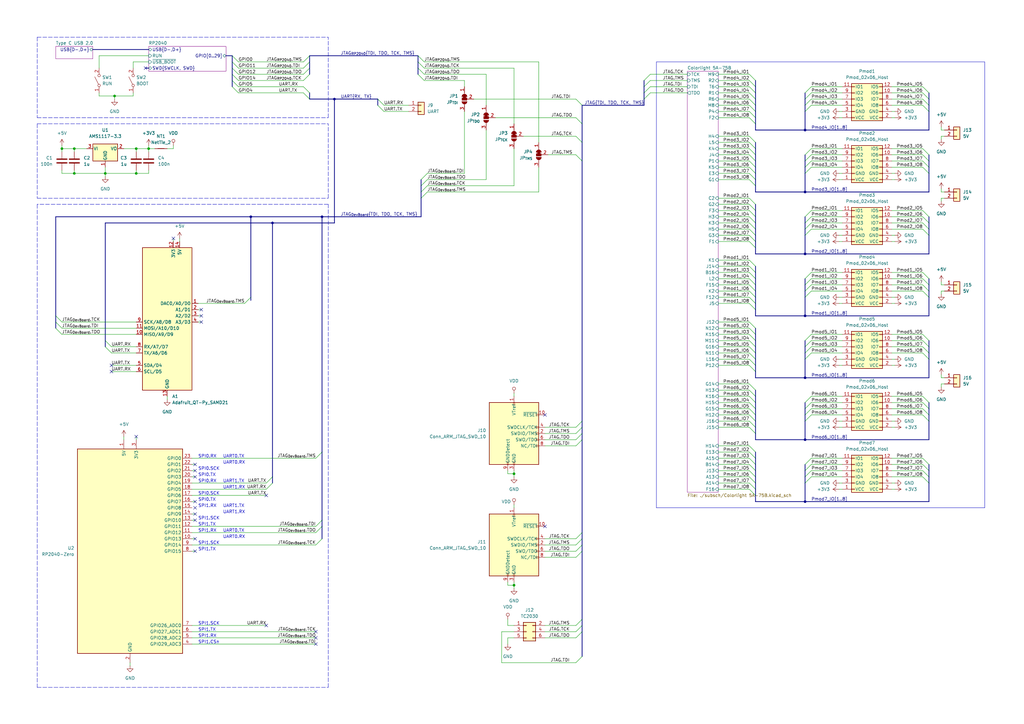
<source format=kicad_sch>
(kicad_sch (version 20211123) (generator eeschema)
  (paper "A3")
  (title_block (title "${title}") (date "2023-01-29") (rev "${revision}") (comment 1 "${repo}"))
  (junction (at 330.2 154.94))
  (junction (at 330.2 104.14))
  (junction (at 330.2 78.74))
  (junction (at 330.2 53.34))
  (junction (at 30.48 60.96))
  (junction (at 60.96 60.96))
  (junction (at 55.88 71.12))
  (junction (at 111.76 91.44))
  (junction (at 132.08 88.9))
  (junction (at 30.48 71.12))
  (junction (at 43.18 71.12))
  (junction (at 137.16 40.64))
  (junction (at 55.88 60.96))
  (junction (at 210.82 194.31))
  (junction (at 46.99 39.37))
  (junction (at 210.82 240.03))
  (junction (at 330.2 129.54))
  (junction (at 102.87 88.9))
  (junction (at 330.2 180.34))
  (junction (at 330.2 205.74))
  (junction (at 25.4 60.96))
  (no_connect (at 82.55 127))
  (no_connect (at 71.12 97.79))
  (no_connect (at 129.54 264.16))
  (no_connect (at 45.72 149.86))
  (no_connect (at 223.52 215.9))
  (no_connect (at 129.54 261.62))
  (no_connect (at 80.01 195.58))
  (no_connect (at 80.01 220.98))
  (no_connect (at 129.54 259.08))
  (no_connect (at 80.01 190.5))
  (no_connect (at 223.52 170.18))
  (no_connect (at 82.55 129.54))
  (no_connect (at 80.01 193.04))
  (no_connect (at 109.22 256.54))
  (no_connect (at 59.69 27.94))
  (no_connect (at 55.88 179.07))
  (no_connect (at 80.01 205.74))
  (no_connect (at 45.72 152.4))
  (no_connect (at 80.01 213.36))
  (no_connect (at 109.22 203.2))
  (no_connect (at 80.01 208.28))
  (no_connect (at 80.01 226.06))
  (no_connect (at 82.55 132.08))
  (no_connect (at 80.01 210.82))
  (bus_entry (at 332.74 170.18) (size -2.54 2.54) (stroke (width 0.1524)))
  (bus_entry (at 307.34 121.92) (size 2.54 2.54) (stroke (width 0.1524)))
  (bus_entry (at 332.74 187.96) (size -2.54 2.54) (stroke (width 0.1524)))
  (bus_entry (at 307.34 167.64) (size 2.54 2.54) (stroke (width 0.1524)))
  (bus_entry (at 307.34 144.78) (size 2.54 2.54) (stroke (width 0.1524)))
  (bus_entry (at 378.46 195.58) (size 2.54 2.54) (stroke (width 0.1524)))
  (bus_entry (at 332.74 60.96) (size -2.54 2.54) (stroke (width 0.1524)))
  (bus_entry (at 43.18 139.7) (size 2.54 2.54))
  (bus_entry (at 330.2 38.1) (size 2.54 -2.54) (stroke (width 0.1524)))
  (bus_entry (at 132.08 213.36) (size -2.54 2.54))
  (bus_entry (at 307.34 81.28) (size 2.54 2.54) (stroke (width 0.1524)))
  (bus_entry (at 127 40.64) (size -2.54 -2.54))
  (bus_entry (at 127 22.86) (size -2.54 2.54))
  (bus_entry (at 307.34 83.82) (size 2.54 2.54) (stroke (width 0.1524)))
  (bus_entry (at 332.74 93.98) (size -2.54 2.54) (stroke (width 0.1524)))
  (bus_entry (at 309.88 43.18) (size -2.54 -2.54) (stroke (width 0.1524)))
  (bus_entry (at 378.46 139.7) (size 2.54 2.54) (stroke (width 0.1524)))
  (bus_entry (at 154.94 43.18) (size 2.54 2.54))
  (bus_entry (at 307.34 139.7) (size 2.54 2.54) (stroke (width 0.1524)))
  (bus_entry (at 307.34 137.16) (size 2.54 2.54) (stroke (width 0.1524)))
  (bus_entry (at 307.34 71.12) (size 2.54 2.54) (stroke (width 0.1524)))
  (bus_entry (at 22.86 132.08) (size 2.54 2.54))
  (bus_entry (at 307.34 93.98) (size 2.54 2.54) (stroke (width 0.1524)))
  (bus_entry (at 378.46 165.1) (size 2.54 2.54) (stroke (width 0.1524)))
  (bus_entry (at 307.34 200.66) (size 2.54 2.54) (stroke (width 0.1524)))
  (bus_entry (at 332.74 162.56) (size -2.54 2.54) (stroke (width 0.1524)))
  (bus_entry (at 307.34 58.42) (size 2.54 2.54) (stroke (width 0.1524)))
  (bus_entry (at 332.74 66.04) (size -2.54 2.54) (stroke (width 0.1524)))
  (bus_entry (at 378.46 170.18) (size 2.54 2.54) (stroke (width 0.1524)))
  (bus_entry (at 332.74 144.78) (size -2.54 2.54) (stroke (width 0.1524)))
  (bus_entry (at 307.34 86.36) (size 2.54 2.54) (stroke (width 0.1524)))
  (bus_entry (at 332.74 190.5) (size -2.54 2.54) (stroke (width 0.1524)))
  (bus_entry (at 332.74 193.04) (size -2.54 2.54) (stroke (width 0.1524)))
  (bus_entry (at 236.22 271.78) (size 2.54 -2.54) (stroke (width 0.1524)))
  (bus_entry (at 309.88 40.64) (size -2.54 -2.54) (stroke (width 0.1524)))
  (bus_entry (at 332.74 111.76) (size -2.54 2.54) (stroke (width 0.1524)))
  (bus_entry (at 307.34 106.68) (size 2.54 2.54) (stroke (width 0.1524)))
  (bus_entry (at 132.08 220.98) (size -2.54 2.54))
  (bus_entry (at 307.34 66.04) (size 2.54 2.54) (stroke (width 0.1524)))
  (bus_entry (at 378.46 162.56) (size 2.54 2.54) (stroke (width 0.1524)))
  (bus_entry (at 236.22 223.52) (size 2.54 -2.54) (stroke (width 0.1524)))
  (bus_entry (at 307.34 60.96) (size 2.54 2.54) (stroke (width 0.1524)))
  (bus_entry (at 238.76 66.04) (size -2.54 -2.54))
  (bus_entry (at 307.34 114.3) (size 2.54 2.54) (stroke (width 0.1524)))
  (bus_entry (at 332.74 91.44) (size -2.54 2.54) (stroke (width 0.1524)))
  (bus_entry (at 307.34 198.12) (size 2.54 2.54) (stroke (width 0.1524)))
  (bus_entry (at 332.74 142.24) (size -2.54 2.54) (stroke (width 0.1524)))
  (bus_entry (at 378.46 187.96) (size 2.54 2.54) (stroke (width 0.1524)))
  (bus_entry (at 332.74 68.58) (size -2.54 2.54) (stroke (width 0.1524)))
  (bus_entry (at 309.88 50.8) (size -2.54 -2.54) (stroke (width 0.1524)))
  (bus_entry (at 378.46 190.5) (size 2.54 2.54) (stroke (width 0.1524)))
  (bus_entry (at 238.76 58.42) (size -2.54 -2.54))
  (bus_entry (at 95.25 35.56) (size 2.54 2.54))
  (bus_entry (at 171.45 22.86) (size 2.54 2.54))
  (bus_entry (at 236.22 256.54) (size 2.54 -2.54) (stroke (width 0.1524)))
  (bus_entry (at 172.72 76.2) (size 2.54 -2.54))
  (bus_entry (at 236.22 177.8) (size 2.54 -2.54) (stroke (width 0.1524)))
  (bus_entry (at 381 38.1) (size -2.54 -2.54) (stroke (width 0.1524)))
  (bus_entry (at 132.08 185.42) (size -2.54 2.54))
  (bus_entry (at 264.16 40.64) (size 2.54 -2.54) (stroke (width 0.1524)))
  (bus_entry (at 236.22 182.88) (size 2.54 -2.54) (stroke (width 0.1524)))
  (bus_entry (at 332.74 139.7) (size -2.54 2.54) (stroke (width 0.1524)))
  (bus_entry (at 307.34 165.1) (size 2.54 2.54) (stroke (width 0.1524)))
  (bus_entry (at 95.25 30.48) (size 2.54 2.54))
  (bus_entry (at 236.22 226.06) (size 2.54 -2.54) (stroke (width 0.1524)))
  (bus_entry (at 378.46 66.04) (size 2.54 2.54) (stroke (width 0.1524)))
  (bus_entry (at 238.76 50.8) (size -2.54 -2.54))
  (bus_entry (at 332.74 167.64) (size -2.54 2.54) (stroke (width 0.1524)))
  (bus_entry (at 236.22 228.6) (size 2.54 -2.54) (stroke (width 0.1524)))
  (bus_entry (at 307.34 68.58) (size 2.54 2.54) (stroke (width 0.1524)))
  (bus_entry (at 307.34 147.32) (size 2.54 2.54) (stroke (width 0.1524)))
  (bus_entry (at 307.34 157.48) (size 2.54 2.54) (stroke (width 0.1524)))
  (bus_entry (at 332.74 114.3) (size -2.54 2.54) (stroke (width 0.1524)))
  (bus_entry (at 171.45 30.48) (size 2.54 2.54))
  (bus_entry (at 95.25 25.4) (size 2.54 2.54))
  (bus_entry (at 309.88 45.72) (size -2.54 -2.54) (stroke (width 0.1524)))
  (bus_entry (at 172.72 81.28) (size 2.54 -2.54))
  (bus_entry (at 238.76 43.18) (size -2.54 -2.54))
  (bus_entry (at 127 25.4) (size -2.54 2.54))
  (bus_entry (at 307.34 119.38) (size 2.54 2.54) (stroke (width 0.1524)))
  (bus_entry (at 307.34 99.06) (size 2.54 2.54) (stroke (width 0.1524)))
  (bus_entry (at 307.34 187.96) (size 2.54 2.54) (stroke (width 0.1524)))
  (bus_entry (at 236.22 261.62) (size 2.54 -2.54) (stroke (width 0.1524)))
  (bus_entry (at 332.74 63.5) (size -2.54 2.54) (stroke (width 0.1524)))
  (bus_entry (at 381 45.72) (size -2.54 -2.54) (stroke (width 0.1524)))
  (bus_entry (at 378.46 111.76) (size 2.54 2.54) (stroke (width 0.1524)))
  (bus_entry (at 307.34 124.46) (size 2.54 2.54) (stroke (width 0.1524)))
  (bus_entry (at 378.46 137.16) (size 2.54 2.54) (stroke (width 0.1524)))
  (bus_entry (at 264.16 33.02) (size 2.54 -2.54) (stroke (width 0.1524)))
  (bus_entry (at 102.87 121.92) (size -2.54 2.54))
  (bus_entry (at 378.46 116.84) (size 2.54 2.54) (stroke (width 0.1524)))
  (bus_entry (at 309.88 35.56) (size -2.54 -2.54) (stroke (width 0.1524)))
  (bus_entry (at 378.46 86.36) (size 2.54 2.54) (stroke (width 0.1524)))
  (bus_entry (at 378.46 119.38) (size 2.54 2.54) (stroke (width 0.1524)))
  (bus_entry (at 264.16 35.56) (size 2.54 -2.54) (stroke (width 0.1524)))
  (bus_entry (at 43.18 142.24) (size 2.54 2.54))
  (bus_entry (at 307.34 175.26) (size 2.54 2.54) (stroke (width 0.1524)))
  (bus_entry (at 378.46 142.24) (size 2.54 2.54) (stroke (width 0.1524)))
  (bus_entry (at 307.34 142.24) (size 2.54 2.54) (stroke (width 0.1524)))
  (bus_entry (at 95.25 22.86) (size 2.54 2.54))
  (bus_entry (at 378.46 63.5) (size 2.54 2.54) (stroke (width 0.1524)))
  (bus_entry (at 154.94 40.64) (size 2.54 2.54))
  (bus_entry (at 307.34 96.52) (size 2.54 2.54) (stroke (width 0.1524)))
  (bus_entry (at 330.2 43.18) (size 2.54 -2.54) (stroke (width 0.1524)))
  (bus_entry (at 378.46 114.3) (size 2.54 2.54) (stroke (width 0.1524)))
  (bus_entry (at 307.34 149.86) (size 2.54 2.54) (stroke (width 0.1524)))
  (bus_entry (at 307.34 109.22) (size 2.54 2.54) (stroke (width 0.1524)))
  (bus_entry (at 378.46 144.78) (size 2.54 2.54) (stroke (width 0.1524)))
  (bus_entry (at 127 38.1) (size -2.54 -2.54))
  (bus_entry (at 307.34 73.66) (size 2.54 2.54) (stroke (width 0.1524)))
  (bus_entry (at 307.34 162.56) (size 2.54 2.54) (stroke (width 0.1524)))
  (bus_entry (at 307.34 88.9) (size 2.54 2.54) (stroke (width 0.1524)))
  (bus_entry (at 378.46 88.9) (size 2.54 2.54) (stroke (width 0.1524)))
  (bus_entry (at 378.46 93.98) (size 2.54 2.54) (stroke (width 0.1524)))
  (bus_entry (at 307.34 182.88) (size 2.54 2.54) (stroke (width 0.1524)))
  (bus_entry (at 307.34 91.44) (size 2.54 2.54) (stroke (width 0.1524)))
  (bus_entry (at 378.46 68.58) (size 2.54 2.54) (stroke (width 0.1524)))
  (bus_entry (at 264.16 38.1) (size 2.54 -2.54) (stroke (width 0.1524)))
  (bus_entry (at 127 30.48) (size -2.54 2.54))
  (bus_entry (at 332.74 165.1) (size -2.54 2.54) (stroke (width 0.1524)))
  (bus_entry (at 236.22 175.26) (size 2.54 -2.54) (stroke (width 0.1524)))
  (bus_entry (at 111.76 195.58) (size -2.54 2.54))
  (bus_entry (at 307.34 132.08) (size 2.54 2.54) (stroke (width 0.1524)))
  (bus_entry (at 332.74 88.9) (size -2.54 2.54) (stroke (width 0.1524)))
  (bus_entry (at 236.22 180.34) (size 2.54 -2.54) (stroke (width 0.1524)))
  (bus_entry (at 171.45 25.4) (size 2.54 2.54))
  (bus_entry (at 95.25 33.02) (size 2.54 2.54))
  (bus_entry (at 381 43.18) (size -2.54 -2.54) (stroke (width 0.1524)))
  (bus_entry (at 332.74 195.58) (size -2.54 2.54) (stroke (width 0.1524)))
  (bus_entry (at 307.34 170.18) (size 2.54 2.54) (stroke (width 0.1524)))
  (bus_entry (at 307.34 134.62) (size 2.54 2.54) (stroke (width 0.1524)))
  (bus_entry (at 22.86 134.62) (size 2.54 2.54))
  (bus_entry (at 378.46 91.44) (size 2.54 2.54) (stroke (width 0.1524)))
  (bus_entry (at 111.76 198.12) (size -2.54 2.54))
  (bus_entry (at 127 27.94) (size -2.54 2.54))
  (bus_entry (at 172.72 78.74) (size 2.54 -2.54))
  (bus_entry (at 309.88 38.1) (size -2.54 -2.54) (stroke (width 0.1524)))
  (bus_entry (at 236.22 259.08) (size 2.54 -2.54) (stroke (width 0.1524)))
  (bus_entry (at 307.34 63.5) (size 2.54 2.54) (stroke (width 0.1524)))
  (bus_entry (at 332.74 119.38) (size -2.54 2.54) (stroke (width 0.1524)))
  (bus_entry (at 22.86 129.54) (size 2.54 2.54))
  (bus_entry (at 332.74 116.84) (size -2.54 2.54) (stroke (width 0.1524)))
  (bus_entry (at 309.88 33.02) (size -2.54 -2.54) (stroke (width 0.1524)))
  (bus_entry (at 95.25 27.94) (size 2.54 2.54))
  (bus_entry (at 381 40.64) (size -2.54 -2.54) (stroke (width 0.1524)))
  (bus_entry (at 307.34 111.76) (size 2.54 2.54) (stroke (width 0.1524)))
  (bus_entry (at 378.46 167.64) (size 2.54 2.54) (stroke (width 0.1524)))
  (bus_entry (at 307.34 172.72) (size 2.54 2.54) (stroke (width 0.1524)))
  (bus_entry (at 307.34 55.88) (size 2.54 2.54) (stroke (width 0.1524)))
  (bus_entry (at 307.34 190.5) (size 2.54 2.54) (stroke (width 0.1524)))
  (bus_entry (at 332.74 86.36) (size -2.54 2.54) (stroke (width 0.1524)))
  (bus_entry (at 332.74 137.16) (size -2.54 2.54) (stroke (width 0.1524)))
  (bus_entry (at 307.34 193.04) (size 2.54 2.54) (stroke (width 0.1524)))
  (bus_entry (at 171.45 27.94) (size 2.54 2.54))
  (bus_entry (at 307.34 185.42) (size 2.54 2.54) (stroke (width 0.1524)))
  (bus_entry (at 236.22 220.98) (size 2.54 -2.54) (stroke (width 0.1524)))
  (bus_entry (at 307.34 116.84) (size 2.54 2.54) (stroke (width 0.1524)))
  (bus_entry (at 172.72 73.66) (size 2.54 -2.54))
  (bus_entry (at 307.34 160.02) (size 2.54 2.54) (stroke (width 0.1524)))
  (bus_entry (at 309.88 48.26) (size -2.54 -2.54) (stroke (width 0.1524)))
  (bus_entry (at 307.34 195.58) (size 2.54 2.54) (stroke (width 0.1524)))
  (bus_entry (at 132.08 215.9) (size -2.54 2.54))
  (bus_entry (at 378.46 193.04) (size 2.54 2.54) (stroke (width 0.1524)))
  (bus_entry (at 330.2 45.72) (size 2.54 -2.54) (stroke (width 0.1524)))
  (bus_entry (at 330.2 40.64) (size 2.54 -2.54) (stroke (width 0.1524)))
  (bus_entry (at 378.46 60.96) (size 2.54 2.54) (stroke (width 0.1524)))
  (wire (pts (xy 223.52 177.8) (xy 236.22 177.8)))
  (wire (pts (xy 40.64 27.94) (xy 40.64 22.86)))
  (bus (pts (xy 92.71 22.86) (xy 95.25 22.86)))
  (wire (pts (xy 345.44 144.78) (xy 332.74 144.78)))
  (wire (pts (xy 345.44 43.18) (xy 332.74 43.18)))
  (wire (pts (xy 78.74 256.54) (xy 109.22 256.54)))
  (wire (pts (xy 365.76 60.96) (xy 378.46 60.96)))
  (wire (pts (xy 81.28 127) (xy 82.55 127)))
  (wire (pts (xy 365.76 99.06) (xy 367.03 99.06)))
  (wire (pts (xy 294.64 83.82) (xy 307.34 83.82)))
  (bus (pts (xy 22.86 129.54) (xy 22.86 88.9)))
  (bus (pts (xy 309.88 203.2) (xy 309.88 205.74)))
  (bus (pts (xy 309.88 48.26) (xy 309.88 50.8)))
  (bus (pts (xy 330.2 66.04) (xy 330.2 68.58)))
  (wire (pts (xy 78.74 218.44) (xy 129.54 218.44)))
  (wire (pts (xy 344.17 175.26) (xy 345.44 175.26)))
  (wire (pts (xy 294.64 71.12) (xy 307.34 71.12)))
  (wire (pts (xy 60.96 71.12) (xy 60.96 69.85)))
  (wire (pts (xy 223.52 226.06) (xy 236.22 226.06)))
  (wire (pts (xy 220.98 25.4) (xy 220.98 58.42)))
  (wire (pts (xy 25.4 62.23) (xy 25.4 60.96)))
  (wire (pts (xy 175.26 76.2) (xy 210.82 76.2)))
  (bus (pts (xy 238.76 177.8) (xy 238.76 180.34)))
  (wire (pts (xy 55.88 60.96) (xy 60.96 60.96)))
  (wire (pts (xy 30.48 71.12) (xy 43.18 71.12)))
  (bus (pts (xy 381 91.44) (xy 381 93.98)))
  (bus (pts (xy 309.88 76.2) (xy 309.88 78.74)))
  (bus (pts (xy 309.88 68.58) (xy 309.88 71.12)))
  (wire (pts (xy 45.72 149.86) (xy 55.88 149.86)))
  (bus (pts (xy 238.76 254) (xy 238.76 256.54)))
  (wire (pts (xy 365.76 71.12) (xy 367.03 71.12)))
  (bus (pts (xy 309.88 96.52) (xy 309.88 99.06)))
  (wire (pts (xy 294.64 43.18) (xy 307.34 43.18)))
  (wire (pts (xy 78.74 193.04) (xy 80.01 193.04)))
  (wire (pts (xy 294.64 35.56) (xy 307.34 35.56)))
  (bus (pts (xy 238.76 223.52) (xy 238.76 226.06)))
  (bus (pts (xy 381 190.5) (xy 381 193.04)))
  (wire (pts (xy 223.52 259.08) (xy 236.22 259.08)))
  (wire (pts (xy 345.44 68.58) (xy 332.74 68.58)))
  (bus (pts (xy 330.2 205.74) (xy 381 205.74)))
  (wire (pts (xy 223.52 261.62) (xy 236.22 261.62)))
  (wire (pts (xy 294.64 58.42) (xy 307.34 58.42)))
  (wire (pts (xy 365.76 147.32) (xy 367.03 147.32)))
  (wire (pts (xy 345.44 116.84) (xy 332.74 116.84)))
  (wire (pts (xy 45.72 142.24) (xy 55.88 142.24)))
  (wire (pts (xy 345.44 190.5) (xy 332.74 190.5)))
  (wire (pts (xy 386.08 157.48) (xy 386.08 158.75)))
  (wire (pts (xy 294.64 119.38) (xy 307.34 119.38)))
  (bus (pts (xy 381 172.72) (xy 381 180.34)))
  (wire (pts (xy 294.64 88.9) (xy 307.34 88.9)))
  (wire (pts (xy 365.76 45.72) (xy 367.03 45.72)))
  (wire (pts (xy 78.74 264.16) (xy 129.54 264.16)))
  (wire (pts (xy 345.44 187.96) (xy 332.74 187.96)))
  (bus (pts (xy 238.76 58.42) (xy 238.76 66.04)))
  (wire (pts (xy 365.76 66.04) (xy 378.46 66.04)))
  (bus (pts (xy 381 116.84) (xy 381 119.38)))
  (bus (pts (xy 22.86 134.62) (xy 22.86 132.08)))
  (bus (pts (xy 309.88 35.56) (xy 309.88 38.1)))
  (bus (pts (xy 102.87 121.92) (xy 102.87 123.19)))
  (wire (pts (xy 294.64 190.5) (xy 307.34 190.5)))
  (wire (pts (xy 386.08 115.57) (xy 386.08 116.84)))
  (bus (pts (xy 330.2 38.1) (xy 330.2 40.64)))
  (bus (pts (xy 309.88 38.1) (xy 309.88 40.64)))
  (polyline (pts (xy 15.24 15.24) (xy 15.24 48.26)))
  (wire (pts (xy 97.79 33.02) (xy 124.46 33.02)))
  (bus (pts (xy 309.88 114.3) (xy 309.88 116.84)))
  (wire (pts (xy 223.52 223.52) (xy 236.22 223.52)))
  (bus (pts (xy 330.2 139.7) (xy 330.2 142.24)))
  (bus (pts (xy 330.2 180.34) (xy 381 180.34)))
  (wire (pts (xy 294.64 116.84) (xy 307.34 116.84)))
  (bus (pts (xy 22.86 132.08) (xy 22.86 129.54)))
  (wire (pts (xy 208.28 261.62) (xy 208.28 264.16)))
  (wire (pts (xy 78.74 213.36) (xy 80.01 213.36)))
  (bus (pts (xy 309.88 134.62) (xy 309.88 137.16)))
  (wire (pts (xy 55.88 71.12) (xy 55.88 69.85)))
  (wire (pts (xy 365.76 68.58) (xy 378.46 68.58)))
  (wire (pts (xy 386.08 78.74) (xy 387.35 78.74)))
  (wire (pts (xy 60.96 60.96) (xy 63.5 60.96)))
  (bus (pts (xy 309.88 66.04) (xy 309.88 68.58)))
  (wire (pts (xy 78.74 215.9) (xy 129.54 215.9)))
  (bus (pts (xy 309.88 109.22) (xy 309.88 111.76)))
  (wire (pts (xy 345.44 91.44) (xy 332.74 91.44)))
  (wire (pts (xy 25.4 134.62) (xy 55.88 134.62)))
  (wire (pts (xy 365.76 170.18) (xy 378.46 170.18)))
  (bus (pts (xy 330.2 144.78) (xy 330.2 147.32)))
  (bus (pts (xy 264.16 33.02) (xy 264.16 35.56)))
  (wire (pts (xy 294.64 93.98) (xy 307.34 93.98)))
  (wire (pts (xy 294.64 137.16) (xy 307.34 137.16)))
  (wire (pts (xy 266.7 33.02) (xy 281.94 33.02)))
  (bus (pts (xy 309.88 63.5) (xy 309.88 66.04)))
  (wire (pts (xy 345.44 193.04) (xy 332.74 193.04)))
  (wire (pts (xy 175.26 78.74) (xy 220.98 78.74)))
  (wire (pts (xy 46.99 39.37) (xy 40.64 39.37)))
  (polyline (pts (xy 269.24 208.28) (xy 403.86 208.28)) (stroke (width 0.152) (type solid)))
  (wire (pts (xy 386.08 55.88) (xy 387.35 55.88)))
  (polyline (pts (xy 15.24 50.8) (xy 15.24 81.28)))
  (wire (pts (xy 386.08 53.34) (xy 387.35 53.34)))
  (polyline (pts (xy 403.86 208.28) (xy 403.86 25.4)) (stroke (width 0.152) (type solid)))
  (bus (pts (xy 381 193.04) (xy 381 195.58)))
  (wire (pts (xy 40.64 38.1) (xy 40.64 39.37)))
  (wire (pts (xy 53.34 271.78) (xy 53.34 273.05)))
  (wire (pts (xy 386.08 119.38) (xy 387.35 119.38)))
  (polyline (pts (xy 134.62 281.94) (xy 134.62 83.82)))
  (bus (pts (xy 330.2 68.58) (xy 330.2 71.12)))
  (bus (pts (xy 309.88 160.02) (xy 309.88 162.56)))
  (wire (pts (xy 344.17 147.32) (xy 345.44 147.32)))
  (bus (pts (xy 309.88 195.58) (xy 309.88 198.12)))
  (bus (pts (xy 238.76 259.08) (xy 238.76 269.24)))
  (wire (pts (xy 208.28 193.04) (xy 208.28 194.31)))
  (wire (pts (xy 386.08 55.88) (xy 386.08 57.15)))
  (wire (pts (xy 208.28 254) (xy 208.28 256.54)))
  (bus (pts (xy 38.1 20.32) (xy 60.96 20.32)))
  (wire (pts (xy 294.64 114.3) (xy 307.34 114.3)))
  (wire (pts (xy 386.08 154.94) (xy 387.35 154.94)))
  (bus (pts (xy 127 30.48) (xy 127 27.94)))
  (bus (pts (xy 127 25.4) (xy 127 22.86)))
  (wire (pts (xy 223.52 182.88) (xy 236.22 182.88)))
  (wire (pts (xy 365.76 119.38) (xy 378.46 119.38)))
  (bus (pts (xy 111.76 195.58) (xy 111.76 198.12)))
  (wire (pts (xy 294.64 157.48) (xy 307.34 157.48)))
  (wire (pts (xy 97.79 27.94) (xy 124.46 27.94)))
  (wire (pts (xy 345.44 195.58) (xy 332.74 195.58)))
  (wire (pts (xy 214.63 55.88) (xy 236.22 55.88)))
  (wire (pts (xy 344.17 198.12) (xy 345.44 198.12)))
  (wire (pts (xy 294.64 106.68) (xy 307.34 106.68)))
  (wire (pts (xy 294.64 73.66) (xy 307.34 73.66)))
  (wire (pts (xy 78.74 187.96) (xy 129.54 187.96)))
  (wire (pts (xy 210.82 240.03) (xy 210.82 238.76)))
  (bus (pts (xy 172.72 81.28) (xy 172.72 78.74)))
  (wire (pts (xy 365.76 116.84) (xy 378.46 116.84)))
  (wire (pts (xy 50.8 179.07) (xy 50.8 180.34)))
  (wire (pts (xy 365.76 175.26) (xy 367.03 175.26)))
  (wire (pts (xy 157.48 43.18) (xy 167.64 43.18)))
  (wire (pts (xy 294.64 162.56) (xy 307.34 162.56)))
  (wire (pts (xy 30.48 69.85) (xy 30.48 71.12)))
  (bus (pts (xy 309.88 190.5) (xy 309.88 193.04)))
  (bus (pts (xy 381 195.58) (xy 381 198.12)))
  (wire (pts (xy 294.64 172.72) (xy 307.34 172.72)))
  (bus (pts (xy 309.88 124.46) (xy 309.88 127)))
  (wire (pts (xy 25.4 69.85) (xy 25.4 71.12)))
  (bus (pts (xy 238.76 172.72) (xy 238.76 175.26)))
  (bus (pts (xy 330.2 53.34) (xy 381 53.34)))
  (bus (pts (xy 171.45 25.4) (xy 171.45 27.94)))
  (wire (pts (xy 365.76 144.78) (xy 378.46 144.78)))
  (bus (pts (xy 330.2 43.18) (xy 330.2 45.72)))
  (wire (pts (xy 365.76 88.9) (xy 378.46 88.9)))
  (wire (pts (xy 344.17 200.66) (xy 345.44 200.66)))
  (wire (pts (xy 25.4 137.16) (xy 55.88 137.16)))
  (wire (pts (xy 345.44 35.56) (xy 332.74 35.56)))
  (bus (pts (xy 381 45.72) (xy 381 53.34)))
  (polyline (pts (xy 134.62 48.26) (xy 134.62 15.24)))
  (wire (pts (xy 365.76 198.12) (xy 367.03 198.12)))
  (wire (pts (xy 365.76 172.72) (xy 367.03 172.72)))
  (bus (pts (xy 102.87 88.9) (xy 132.08 88.9)))
  (wire (pts (xy 190.5 33.02) (xy 190.5 35.56)))
  (bus (pts (xy 381 198.12) (xy 381 205.74)))
  (polyline (pts (xy 15.24 281.94) (xy 134.62 281.94)))
  (bus (pts (xy 381 88.9) (xy 381 91.44)))
  (bus (pts (xy 238.76 180.34) (xy 238.76 218.44)))
  (bus (pts (xy 330.2 40.64) (xy 330.2 43.18)))
  (bus (pts (xy 102.87 88.9) (xy 102.87 121.92)))
  (wire (pts (xy 365.76 193.04) (xy 378.46 193.04)))
  (bus (pts (xy 309.88 200.66) (xy 309.88 203.2)))
  (wire (pts (xy 294.64 38.1) (xy 307.34 38.1)))
  (bus (pts (xy 309.88 142.24) (xy 309.88 144.78)))
  (bus (pts (xy 309.88 147.32) (xy 309.88 149.86)))
  (wire (pts (xy 208.28 240.03) (xy 210.82 240.03)))
  (wire (pts (xy 294.64 167.64) (xy 307.34 167.64)))
  (wire (pts (xy 40.64 22.86) (xy 60.96 22.86)))
  (wire (pts (xy 345.44 111.76) (xy 332.74 111.76)))
  (wire (pts (xy 294.64 132.08) (xy 307.34 132.08)))
  (wire (pts (xy 68.58 162.56) (xy 68.58 163.83)))
  (bus (pts (xy 309.88 50.8) (xy 309.88 53.34)))
  (wire (pts (xy 294.64 55.88) (xy 307.34 55.88)))
  (wire (pts (xy 344.17 96.52) (xy 345.44 96.52)))
  (bus (pts (xy 381 147.32) (xy 381 154.94)))
  (wire (pts (xy 81.28 124.46) (xy 100.33 124.46)))
  (wire (pts (xy 345.44 40.64) (xy 332.74 40.64)))
  (wire (pts (xy 294.64 170.18) (xy 307.34 170.18)))
  (bus (pts (xy 330.2 119.38) (xy 330.2 121.92)))
  (bus (pts (xy 59.69 27.94) (xy 60.96 27.94)))
  (bus (pts (xy 95.25 33.02) (xy 95.25 35.56)))
  (wire (pts (xy 97.79 38.1) (xy 124.46 38.1)))
  (bus (pts (xy 330.2 104.14) (xy 309.88 104.14)))
  (wire (pts (xy 365.76 91.44) (xy 378.46 91.44)))
  (wire (pts (xy 190.5 71.12) (xy 190.5 45.72)))
  (bus (pts (xy 43.18 139.7) (xy 43.18 91.44)))
  (bus (pts (xy 309.88 127) (xy 309.88 129.54)))
  (bus (pts (xy 330.2 121.92) (xy 330.2 129.54)))
  (wire (pts (xy 220.98 78.74) (xy 220.98 68.58)))
  (wire (pts (xy 365.76 93.98) (xy 378.46 93.98)))
  (wire (pts (xy 345.44 60.96) (xy 332.74 60.96)))
  (bus (pts (xy 330.2 53.34) (xy 309.88 53.34)))
  (bus (pts (xy 330.2 116.84) (xy 330.2 119.38)))
  (polyline (pts (xy 134.62 83.82) (xy 15.24 83.82)))
  (polyline (pts (xy 15.24 48.26) (xy 134.62 48.26)))
  (wire (pts (xy 208.28 261.62) (xy 210.82 261.62)))
  (bus (pts (xy 264.16 40.64) (xy 264.16 43.18)))
  (bus (pts (xy 127 38.1) (xy 127 40.64)))
  (bus (pts (xy 330.2 93.98) (xy 330.2 96.52)))
  (bus (pts (xy 309.88 129.54) (xy 330.2 129.54)))
  (wire (pts (xy 365.76 35.56) (xy 378.46 35.56)))
  (wire (pts (xy 345.44 114.3) (xy 332.74 114.3)))
  (wire (pts (xy 194.31 40.64) (xy 236.22 40.64)))
  (wire (pts (xy 365.76 114.3) (xy 378.46 114.3)))
  (wire (pts (xy 345.44 137.16) (xy 332.74 137.16)))
  (wire (pts (xy 365.76 48.26) (xy 367.03 48.26)))
  (wire (pts (xy 224.79 63.5) (xy 236.22 63.5)))
  (bus (pts (xy 238.76 218.44) (xy 238.76 220.98)))
  (wire (pts (xy 365.76 142.24) (xy 378.46 142.24)))
  (wire (pts (xy 294.64 139.7) (xy 307.34 139.7)))
  (polyline (pts (xy 15.24 81.28) (xy 134.62 81.28)))
  (wire (pts (xy 345.44 167.64) (xy 332.74 167.64)))
  (wire (pts (xy 365.76 167.64) (xy 378.46 167.64)))
  (bus (pts (xy 330.2 165.1) (xy 330.2 167.64)))
  (wire (pts (xy 365.76 195.58) (xy 378.46 195.58)))
  (bus (pts (xy 309.88 187.96) (xy 309.88 190.5)))
  (bus (pts (xy 381 139.7) (xy 381 142.24)))
  (wire (pts (xy 97.79 30.48) (xy 124.46 30.48)))
  (wire (pts (xy 175.26 73.66) (xy 199.39 73.66)))
  (wire (pts (xy 386.08 116.84) (xy 387.35 116.84)))
  (wire (pts (xy 365.76 149.86) (xy 367.03 149.86)))
  (bus (pts (xy 330.2 142.24) (xy 330.2 144.78)))
  (wire (pts (xy 365.76 139.7) (xy 378.46 139.7)))
  (wire (pts (xy 223.52 175.26) (xy 236.22 175.26)))
  (wire (pts (xy 294.64 121.92) (xy 307.34 121.92)))
  (wire (pts (xy 365.76 200.66) (xy 367.03 200.66)))
  (bus (pts (xy 132.08 213.36) (xy 132.08 185.42)))
  (wire (pts (xy 78.74 259.08) (xy 129.54 259.08)))
  (wire (pts (xy 157.48 45.72) (xy 167.64 45.72)))
  (wire (pts (xy 223.52 180.34) (xy 236.22 180.34)))
  (wire (pts (xy 294.64 187.96) (xy 307.34 187.96)))
  (wire (pts (xy 73.66 97.79) (xy 73.66 99.06)))
  (wire (pts (xy 294.64 193.04) (xy 307.34 193.04)))
  (wire (pts (xy 294.64 182.88) (xy 307.34 182.88)))
  (wire (pts (xy 345.44 66.04) (xy 332.74 66.04)))
  (bus (pts (xy 330.2 78.74) (xy 381 78.74)))
  (wire (pts (xy 205.74 259.08) (xy 210.82 259.08)))
  (bus (pts (xy 238.76 226.06) (xy 238.76 254)))
  (wire (pts (xy 294.64 99.06) (xy 307.34 99.06)))
  (bus (pts (xy 137.16 40.64) (xy 137.16 91.44)))
  (wire (pts (xy 365.76 137.16) (xy 378.46 137.16)))
  (wire (pts (xy 205.74 259.08) (xy 205.74 271.78)))
  (wire (pts (xy 78.74 200.66) (xy 109.22 200.66)))
  (bus (pts (xy 309.88 137.16) (xy 309.88 139.7)))
  (wire (pts (xy 294.64 142.24) (xy 307.34 142.24)))
  (wire (pts (xy 294.64 96.52) (xy 307.34 96.52)))
  (wire (pts (xy 54.61 39.37) (xy 54.61 38.1)))
  (bus (pts (xy 330.2 167.64) (xy 330.2 170.18)))
  (wire (pts (xy 43.18 71.12) (xy 43.18 72.39)))
  (bus (pts (xy 309.88 71.12) (xy 309.88 73.66)))
  (bus (pts (xy 132.08 215.9) (xy 132.08 213.36)))
  (bus (pts (xy 309.88 88.9) (xy 309.88 91.44)))
  (bus (pts (xy 309.88 45.72) (xy 309.88 48.26)))
  (bus (pts (xy 309.88 149.86) (xy 309.88 152.4)))
  (bus (pts (xy 381 114.3) (xy 381 116.84)))
  (bus (pts (xy 381 142.24) (xy 381 144.78)))
  (bus (pts (xy 330.2 180.34) (xy 309.88 180.34)))
  (bus (pts (xy 43.18 142.24) (xy 43.18 139.7)))
  (wire (pts (xy 199.39 73.66) (xy 199.39 53.34)))
  (wire (pts (xy 175.26 71.12) (xy 190.5 71.12)))
  (wire (pts (xy 50.8 60.96) (xy 55.88 60.96)))
  (wire (pts (xy 54.61 25.4) (xy 60.96 25.4)))
  (bus (pts (xy 330.2 114.3) (xy 330.2 116.84)))
  (wire (pts (xy 60.96 59.69) (xy 60.96 60.96)))
  (wire (pts (xy 294.64 160.02) (xy 307.34 160.02)))
  (wire (pts (xy 43.18 68.58) (xy 43.18 71.12)))
  (wire (pts (xy 294.64 48.26) (xy 307.34 48.26)))
  (polyline (pts (xy 134.62 81.28) (xy 134.62 50.8)))
  (bus (pts (xy 238.76 50.8) (xy 238.76 58.42)))
  (wire (pts (xy 46.99 39.37) (xy 54.61 39.37)))
  (bus (pts (xy 264.16 38.1) (xy 264.16 40.64)))
  (wire (pts (xy 294.64 68.58) (xy 307.34 68.58)))
  (bus (pts (xy 309.88 86.36) (xy 309.88 88.9)))
  (wire (pts (xy 294.64 124.46) (xy 307.34 124.46)))
  (bus (pts (xy 381 43.18) (xy 381 45.72)))
  (wire (pts (xy 210.82 27.94) (xy 210.82 50.8)))
  (wire (pts (xy 294.64 63.5) (xy 307.34 63.5)))
  (wire (pts (xy 365.76 86.36) (xy 378.46 86.36)))
  (bus (pts (xy 309.88 91.44) (xy 309.88 93.98)))
  (wire (pts (xy 43.18 71.12) (xy 55.88 71.12)))
  (wire (pts (xy 365.76 63.5) (xy 378.46 63.5)))
  (polyline (pts (xy 269.24 25.4) (xy 403.86 25.4)) (stroke (width 0.152) (type solid)))
  (bus (pts (xy 309.88 119.38) (xy 309.88 121.92)))
  (bus (pts (xy 309.88 101.6) (xy 309.88 104.14)))
  (wire (pts (xy 386.08 81.28) (xy 386.08 82.55)))
  (wire (pts (xy 30.48 60.96) (xy 35.56 60.96)))
  (polyline (pts (xy 15.24 83.82) (xy 15.24 281.94)))
  (wire (pts (xy 71.12 97.79) (xy 71.12 99.06)))
  (wire (pts (xy 78.74 220.98) (xy 80.01 220.98)))
  (wire (pts (xy 210.82 207.01) (xy 210.82 208.28)))
  (polyline (pts (xy 15.24 50.8) (xy 134.62 50.8)))
  (wire (pts (xy 68.58 60.96) (xy 71.12 60.96)))
  (wire (pts (xy 71.12 60.96) (xy 71.12 59.69)))
  (wire (pts (xy 294.64 33.02) (xy 307.34 33.02)))
  (wire (pts (xy 365.76 190.5) (xy 378.46 190.5)))
  (bus (pts (xy 381 119.38) (xy 381 121.92)))
  (wire (pts (xy 55.88 71.12) (xy 60.96 71.12)))
  (bus (pts (xy 309.88 40.64) (xy 309.88 43.18)))
  (wire (pts (xy 386.08 119.38) (xy 386.08 120.65)))
  (wire (pts (xy 97.79 35.56) (xy 124.46 35.56)))
  (wire (pts (xy 345.44 139.7) (xy 332.74 139.7)))
  (bus (pts (xy 111.76 91.44) (xy 137.16 91.44)))
  (wire (pts (xy 365.76 187.96) (xy 378.46 187.96)))
  (bus (pts (xy 111.76 91.44) (xy 111.76 195.58)))
  (wire (pts (xy 345.44 63.5) (xy 332.74 63.5)))
  (bus (pts (xy 137.16 40.64) (xy 154.94 40.64)))
  (bus (pts (xy 22.86 88.9) (xy 102.87 88.9)))
  (bus (pts (xy 381 167.64) (xy 381 170.18)))
  (wire (pts (xy 345.44 38.1) (xy 332.74 38.1)))
  (wire (pts (xy 294.64 86.36) (xy 307.34 86.36)))
  (wire (pts (xy 344.17 48.26) (xy 345.44 48.26)))
  (wire (pts (xy 294.64 195.58) (xy 307.34 195.58)))
  (wire (pts (xy 294.64 149.86) (xy 307.34 149.86)))
  (wire (pts (xy 344.17 172.72) (xy 345.44 172.72)))
  (bus (pts (xy 309.88 83.82) (xy 309.88 86.36)))
  (wire (pts (xy 386.08 81.28) (xy 387.35 81.28)))
  (bus (pts (xy 127 22.86) (xy 171.45 22.86)))
  (wire (pts (xy 78.74 226.06) (xy 80.01 226.06)))
  (wire (pts (xy 30.48 60.96) (xy 30.48 62.23)))
  (wire (pts (xy 55.88 179.07) (xy 55.88 180.34)))
  (wire (pts (xy 345.44 142.24) (xy 332.74 142.24)))
  (wire (pts (xy 97.79 25.4) (xy 124.46 25.4)))
  (bus (pts (xy 309.88 165.1) (xy 309.88 167.64)))
  (bus (pts (xy 381 63.5) (xy 381 66.04)))
  (bus (pts (xy 309.88 172.72) (xy 309.88 175.26)))
  (wire (pts (xy 25.4 59.69) (xy 25.4 60.96)))
  (wire (pts (xy 78.74 203.2) (xy 109.22 203.2)))
  (wire (pts (xy 345.44 93.98) (xy 332.74 93.98)))
  (wire (pts (xy 344.17 124.46) (xy 345.44 124.46)))
  (wire (pts (xy 294.64 175.26) (xy 307.34 175.26)))
  (bus (pts (xy 309.88 167.64) (xy 309.88 170.18)))
  (bus (pts (xy 238.76 256.54) (xy 238.76 259.08)))
  (wire (pts (xy 81.28 129.54) (xy 82.55 129.54)))
  (wire (pts (xy 294.64 45.72) (xy 307.34 45.72)))
  (wire (pts (xy 45.72 144.78) (xy 55.88 144.78)))
  (wire (pts (xy 60.96 60.96) (xy 60.96 62.23)))
  (wire (pts (xy 210.82 76.2) (xy 210.82 60.96)))
  (bus (pts (xy 309.88 185.42) (xy 309.88 187.96)))
  (bus (pts (xy 330.2 172.72) (xy 330.2 180.34)))
  (bus (pts (xy 309.88 33.02) (xy 309.88 35.56)))
  (bus (pts (xy 381 38.1) (xy 381 40.64)))
  (wire (pts (xy 344.17 149.86) (xy 345.44 149.86)))
  (bus (pts (xy 330.2 78.74) (xy 309.88 78.74)))
  (wire (pts (xy 365.76 38.1) (xy 378.46 38.1)))
  (bus (pts (xy 381 71.12) (xy 381 78.74)))
  (bus (pts (xy 171.45 25.4) (xy 171.45 22.86)))
  (bus (pts (xy 381 93.98) (xy 381 96.52)))
  (bus (pts (xy 132.08 88.9) (xy 172.72 88.9)))
  (bus (pts (xy 95.25 30.48) (xy 95.25 33.02)))
  (wire (pts (xy 210.82 194.31) (xy 210.82 195.58)))
  (bus (pts (xy 309.88 144.78) (xy 309.88 147.32)))
  (wire (pts (xy 365.76 40.64) (xy 378.46 40.64)))
  (wire (pts (xy 208.28 194.31) (xy 210.82 194.31)))
  (wire (pts (xy 365.76 111.76) (xy 378.46 111.76)))
  (bus (pts (xy 309.88 99.06) (xy 309.88 101.6)))
  (bus (pts (xy 238.76 175.26) (xy 238.76 177.8)))
  (bus (pts (xy 95.25 22.86) (xy 95.25 25.4)))
  (wire (pts (xy 173.99 25.4) (xy 220.98 25.4)))
  (bus (pts (xy 330.2 45.72) (xy 330.2 53.34)))
  (wire (pts (xy 294.64 165.1) (xy 307.34 165.1)))
  (wire (pts (xy 386.08 52.07) (xy 386.08 53.34)))
  (bus (pts (xy 381 66.04) (xy 381 68.58)))
  (bus (pts (xy 95.25 25.4) (xy 95.25 27.94)))
  (bus (pts (xy 132.08 185.42) (xy 132.08 88.9)))
  (wire (pts (xy 210.82 161.29) (xy 210.82 162.56)))
  (bus (pts (xy 309.88 43.18) (xy 309.88 45.72)))
  (bus (pts (xy 309.88 152.4) (xy 309.88 154.94)))
  (bus (pts (xy 330.2 190.5) (xy 330.2 193.04)))
  (wire (pts (xy 344.17 45.72) (xy 345.44 45.72)))
  (wire (pts (xy 365.76 162.56) (xy 378.46 162.56)))
  (bus (pts (xy 309.88 154.94) (xy 330.2 154.94)))
  (wire (pts (xy 223.52 228.6) (xy 236.22 228.6)))
  (bus (pts (xy 330.2 205.74) (xy 309.88 205.74)))
  (wire (pts (xy 199.39 30.48) (xy 199.39 43.18)))
  (wire (pts (xy 205.74 271.78) (xy 236.22 271.78)))
  (wire (pts (xy 81.28 132.08) (xy 82.55 132.08)))
  (wire (pts (xy 294.64 60.96) (xy 307.34 60.96)))
  (wire (pts (xy 294.64 109.22) (xy 307.34 109.22)))
  (bus (pts (xy 172.72 88.9) (xy 172.72 81.28)))
  (bus (pts (xy 330.2 193.04) (xy 330.2 195.58)))
  (wire (pts (xy 386.08 157.48) (xy 387.35 157.48)))
  (bus (pts (xy 309.88 116.84) (xy 309.88 119.38)))
  (wire (pts (xy 223.52 220.98) (xy 236.22 220.98)))
  (wire (pts (xy 294.64 144.78) (xy 307.34 144.78)))
  (bus (pts (xy 330.2 91.44) (xy 330.2 93.98)))
  (wire (pts (xy 78.74 190.5) (xy 80.01 190.5)))
  (wire (pts (xy 365.76 73.66) (xy 367.03 73.66)))
  (wire (pts (xy 210.82 240.03) (xy 210.82 241.3)))
  (bus (pts (xy 309.88 121.92) (xy 309.88 124.46)))
  (bus (pts (xy 309.88 170.18) (xy 309.88 172.72)))
  (wire (pts (xy 344.17 71.12) (xy 345.44 71.12)))
  (wire (pts (xy 55.88 60.96) (xy 55.88 62.23)))
  (bus (pts (xy 381 121.92) (xy 381 129.54)))
  (bus (pts (xy 309.88 60.96) (xy 309.88 63.5)))
  (wire (pts (xy 294.64 40.64) (xy 307.34 40.64)))
  (wire (pts (xy 345.44 170.18) (xy 332.74 170.18)))
  (bus (pts (xy 330.2 170.18) (xy 330.2 172.72)))
  (bus (pts (xy 330.2 63.5) (xy 330.2 66.04)))
  (wire (pts (xy 294.64 200.66) (xy 307.34 200.66)))
  (wire (pts (xy 78.74 195.58) (xy 80.01 195.58)))
  (polyline (pts (xy 269.24 25.4) (xy 269.24 208.28)) (stroke (width 0.152) (type solid)))
  (wire (pts (xy 210.82 194.31) (xy 210.82 193.04)))
  (wire (pts (xy 78.74 210.82) (xy 80.01 210.82)))
  (bus (pts (xy 381 144.78) (xy 381 147.32)))
  (bus (pts (xy 172.72 76.2) (xy 172.72 73.66)))
  (bus (pts (xy 309.88 111.76) (xy 309.88 114.3)))
  (bus (pts (xy 309.88 73.66) (xy 309.88 76.2)))
  (bus (pts (xy 381 165.1) (xy 381 167.64)))
  (wire (pts (xy 266.7 35.56) (xy 281.94 35.56)))
  (bus (pts (xy 309.88 58.42) (xy 309.88 60.96)))
  (wire (pts (xy 294.64 81.28) (xy 307.34 81.28)))
  (bus (pts (xy 154.94 43.18) (xy 154.94 40.64)))
  (wire (pts (xy 223.52 256.54) (xy 236.22 256.54)))
  (bus (pts (xy 264.16 35.56) (xy 264.16 38.1)))
  (wire (pts (xy 294.64 198.12) (xy 307.34 198.12)))
  (wire (pts (xy 45.72 152.4) (xy 55.88 152.4)))
  (polyline (pts (xy 15.24 15.24) (xy 134.62 15.24)))
  (bus (pts (xy 330.2 154.94) (xy 381 154.94)))
  (bus (pts (xy 309.88 177.8) (xy 309.88 180.34)))
  (wire (pts (xy 365.76 43.18) (xy 378.46 43.18)))
  (bus (pts (xy 132.08 220.98) (xy 132.08 215.9)))
  (wire (pts (xy 54.61 27.94) (xy 54.61 25.4)))
  (bus (pts (xy 309.88 162.56) (xy 309.88 165.1)))
  (wire (pts (xy 345.44 119.38) (xy 332.74 119.38)))
  (bus (pts (xy 238.76 220.98) (xy 238.76 223.52)))
  (bus (pts (xy 127 27.94) (xy 127 25.4)))
  (wire (pts (xy 365.76 165.1) (xy 378.46 165.1)))
  (wire (pts (xy 344.17 99.06) (xy 345.44 99.06)))
  (bus (pts (xy 309.88 175.26) (xy 309.88 177.8)))
  (wire (pts (xy 294.64 91.44) (xy 307.34 91.44)))
  (wire (pts (xy 78.74 205.74) (xy 80.01 205.74)))
  (bus (pts (xy 330.2 88.9) (xy 330.2 91.44)))
  (wire (pts (xy 78.74 198.12) (xy 109.22 198.12)))
  (bus (pts (xy 330.2 147.32) (xy 330.2 154.94)))
  (wire (pts (xy 208.28 256.54) (xy 210.82 256.54)))
  (bus (pts (xy 381 170.18) (xy 381 172.72)))
  (bus (pts (xy 330.2 96.52) (xy 330.2 104.14)))
  (wire (pts (xy 266.7 30.48) (xy 281.94 30.48)))
  (wire (pts (xy 25.4 71.12) (xy 30.48 71.12)))
  (bus (pts (xy 330.2 198.12) (xy 330.2 205.74)))
  (wire (pts (xy 345.44 86.36) (xy 332.74 86.36)))
  (bus (pts (xy 330.2 104.14) (xy 381 104.14)))
  (bus (pts (xy 95.25 27.94) (xy 95.25 30.48)))
  (bus (pts (xy 309.88 139.7) (xy 309.88 142.24)))
  (wire (pts (xy 294.64 111.76) (xy 307.34 111.76)))
  (wire (pts (xy 25.4 132.08) (xy 55.88 132.08)))
  (bus (pts (xy 171.45 27.94) (xy 171.45 30.48)))
  (bus (pts (xy 381 96.52) (xy 381 104.14)))
  (wire (pts (xy 208.28 238.76) (xy 208.28 240.03)))
  (wire (pts (xy 386.08 77.47) (xy 386.08 78.74)))
  (bus (pts (xy 127 40.64) (xy 137.16 40.64)))
  (wire (pts (xy 294.64 66.04) (xy 307.34 66.04)))
  (wire (pts (xy 386.08 153.67) (xy 386.08 154.94)))
  (wire (pts (xy 345.44 88.9) (xy 332.74 88.9)))
  (wire (pts (xy 345.44 165.1) (xy 332.74 165.1)))
  (wire (pts (xy 78.74 261.62) (xy 129.54 261.62)))
  (wire (pts (xy 294.64 30.48) (xy 307.34 30.48)))
  (wire (pts (xy 266.7 38.1) (xy 281.94 38.1)))
  (wire (pts (xy 345.44 162.56) (xy 332.74 162.56)))
  (wire (pts (xy 173.99 33.02) (xy 190.5 33.02)))
  (wire (pts (xy 365.76 96.52) (xy 367.03 96.52)))
  (bus (pts (xy 309.88 193.04) (xy 309.88 195.58)))
  (bus (pts (xy 43.18 91.44) (xy 111.76 91.44)))
  (wire (pts (xy 173.99 27.94) (xy 210.82 27.94)))
  (wire (pts (xy 365.76 124.46) (xy 367.03 124.46)))
  (wire (pts (xy 78.74 223.52) (xy 129.54 223.52)))
  (bus (pts (xy 381 40.64) (xy 381 43.18)))
  (bus (pts (xy 330.2 71.12) (xy 330.2 78.74)))
  (bus (pts (xy 330.2 129.54) (xy 381 129.54)))
  (wire (pts (xy 294.64 134.62) (xy 307.34 134.62)))
  (bus (pts (xy 238.76 43.18) (xy 264.16 43.18)))
  (wire (pts (xy 294.64 185.42) (xy 307.34 185.42)))
  (bus (pts (xy 330.2 195.58) (xy 330.2 198.12)))
  (wire (pts (xy 344.17 73.66) (xy 345.44 73.66)))
  (wire (pts (xy 173.99 30.48) (xy 199.39 30.48)))
  (wire (pts (xy 294.64 147.32) (xy 307.34 147.32)))
  (wire (pts (xy 46.99 40.64) (xy 46.99 39.37)))
  (wire (pts (xy 365.76 121.92) (xy 367.03 121.92)))
  (bus (pts (xy 309.88 198.12) (xy 309.88 200.66)))
  (bus (pts (xy 309.88 93.98) (xy 309.88 96.52)))
  (bus (pts (xy 238.76 43.18) (xy 238.76 50.8)))
  (wire (pts (xy 25.4 60.96) (xy 30.48 60.96)))
  (bus (pts (xy 238.76 66.04) (xy 238.76 172.72)))
  (wire (pts (xy 203.2 48.26) (xy 236.22 48.26)))
  (bus (pts (xy 381 68.58) (xy 381 71.12)))
  (bus (pts (xy 172.72 76.2) (xy 172.72 78.74)))
  (wire (pts (xy 344.17 121.92) (xy 345.44 121.92)))
  (text "SPI1.TX" (at 81.28 215.9 0) (effects (font (size 1.27 1.27)) (justify left bottom)))
  (text "SPI0.SCK" (at 81.28 203.2 0) (effects (font (size 1.27 1.27)) (justify left bottom)))
  (text "UART0.TX" (at 91.44 218.44 0) (effects (font (size 1.27 1.27)) (justify left bottom)))
  (text "UART1.RX" (at 91.44 210.82 0) (effects (font (size 1.27 1.27)) (justify left bottom)))
  (text "UART1.TX" (at 91.44 208.28 0) (effects (font (size 1.27 1.27)) (justify left bottom)))
  (text "SPI1.CSn" (at 81.28 264.16 0) (effects (font (size 1.27 1.27)) (justify left bottom)))
  (text "UART0.RX" (at 91.44 190.5 0) (effects (font (size 1.27 1.27)) (justify left bottom)))
  (text "SPI1.RX" (at 81.28 208.28 0) (effects (font (size 1.27 1.27)) (justify left bottom)))
  (text "UART1.TX" (at 91.44 198.12 0) (effects (font (size 1.27 1.27)) (justify left bottom)))
  (text "SPI1.RX" (at 81.28 218.44 0) (effects (font (size 1.27 1.27)) (justify left bottom)))
  (text "UART1.RX" (at 91.44 200.66 0) (effects (font (size 1.27 1.27)) (justify left bottom)))
  (text "SPI1.TX" (at 81.28 259.08 0) (effects (font (size 1.27 1.27)) (justify left bottom)))
  (text "SPI0.RX" (at 81.28 198.12 0) (effects (font (size 1.27 1.27)) (justify left bottom)))
  (text "UART0.TX" (at 91.44 187.96 0) (effects (font (size 1.27 1.27)) (justify left bottom)))
  (text "SPI1.TX" (at 81.28 226.06 0) (effects (font (size 1.27 1.27)) (justify left bottom)))
  (text "SPI1.SCK" (at 81.28 223.52 0) (effects (font (size 1.27 1.27)) (justify left bottom)))
  (text "SPI1.RX" (at 81.28 261.62 0) (effects (font (size 1.27 1.27)) (justify left bottom)))
  (text "SPI0.TX" (at 81.28 195.58 0) (effects (font (size 1.27 1.27)) (justify left bottom)))
  (text "SPI1.SCK" (at 81.28 213.36 0) (effects (font (size 1.27 1.27)) (justify left bottom)))
  (text "SPI0.SCK" (at 81.28 193.04 0) (effects (font (size 1.27 1.27)) (justify left bottom)))
  (text "UART0.RX" (at 91.44 220.98 0) (effects (font (size 1.27 1.27)) (justify left bottom)))
  (text "SPI0.TX" (at 81.28 205.74 0) (effects (font (size 1.27 1.27)) (justify left bottom)))
  (text "SPI1.SCK" (at 81.28 256.54 0) (effects (font (size 1.27 1.27)) (justify left bottom)))
  (text "SPI0.RX" (at 81.28 187.96 0) (effects (font (size 1.27 1.27)) (justify left bottom)))
  (label "GPIO0" (at 97.79 25.4 0))
  (label "Pmod4_IO7" (at 307.34 45.72 180))
  (label "Pmod4_IO4" (at 307.34 38.1 180))
  (label "UART.RX" (at 157.48 43.18 0))
  (label "Pmod3_IO3" (at 332.74 66.04 0))
  (label "Pmod2_IO3" (at 307.34 86.36 180))
  (label "UART.TX" (at 45.72 144.78 0))
  (label "JTAG_{DevBoard}.TDI" (at 129.54 215.9 180))
  (label "Pmod6_IO3" (at 307.34 162.56 180))
  (label "Pmod6_IO2" (at 332.74 165.1 0))
  (label "Pmod1_IO6" (at 378.46 114.3 180))
  (label "Pmod4_IO8" (at 307.34 48.26 180))
  (label "Pmod3_IO4" (at 307.34 63.5 180))
  (label "Pmod3_IO8" (at 378.46 68.58 180))
  (label "Pmod1_IO6" (at 307.34 119.38 180))
  (label "Pmod6_IO1" (at 307.34 157.48 180))
  (label "JTAG_{DevBoard}.TDI" (at 129.54 264.16 180))
  (label "Pmod5_IO8" (at 307.34 149.86 180))
  (label "JTAG.TDI" (at 233.68 271.78 180))
  (label "GPIO12" (at 97.79 30.48 0))
  (label "Pmod5_IO8" (at 378.46 144.78 180))
  (label "JTAG_{RP2040}{TDI, TDO, TCK, TMS}" (at 139.7 22.86 0))
  (label "Pmod1_IO4" (at 307.34 114.3 180))
  (label "Pmod5_IO[1..8]" (at 332.74 154.94 0))
  (label "Pmod3_IO[1..8]" (at 332.74 78.74 0))
  (label "Pmod4_IO6" (at 378.46 38.1 180))
  (label "Pmod3_IO6" (at 378.46 63.5 180))
  (label "Pmod6_IO7" (at 307.34 172.72 180))
  (label "JTAG_{RP2040}.TDO" (at 109.22 30.48 0))
  (label "JTAG_{DevBoard}.TCK" (at 25.4 132.08 0))
  (label "JTAG.TMS" (at 271.78 33.02 0))
  (label "Pmod2_IO4" (at 307.34 88.9 180))
  (label "JTAG.TDI" (at 226.06 40.64 0))
  (label "Pmod1_IO1" (at 332.74 111.76 0))
  (label "JTAG_{RP2040}.TMS" (at 173.99 25.4 0))
  (label "JTAG_{DevBoard}.TDO" (at 25.4 137.16 0))
  (label "Pmod4_IO1" (at 332.74 35.56 0))
  (label "Pmod6_IO6" (at 307.34 170.18 180))
  (label "JTAG_{RP2040}.TDO" (at 173.99 30.48 0))
  (label "Pmod7_IO8" (at 378.46 195.58 180))
  (label "Pmod6_IO2" (at 307.34 160.02 180))
  (label "Pmod3_IO1" (at 307.34 55.88 180))
  (label "Pmod5_IO6" (at 378.46 139.7 180))
  (label "Pmod1_IO5" (at 378.46 111.76 180))
  (label "Pmod7_IO6" (at 378.46 190.5 180))
  (label "Pmod6_IO8" (at 378.46 170.18 180))
  (label "Pmod7_IO5" (at 307.34 193.04 180))
  (label "Pmod4_IO7" (at 378.46 40.64 180))
  (label "JTAG.TDO" (at 233.68 261.62 180))
  (label "Pmod2_IO[1..8]" (at 332.74 104.14 0))
  (label "Pmod4_IO4" (at 332.74 43.18 0))
  (label "UART.TX" (at 109.22 203.2 180))
  (label "GPIO5" (at 97.79 35.56 0))
  (label "Pmod1_IO3" (at 307.34 111.76 180))
  (label "Pmod2_IO6" (at 378.46 88.9 180))
  (label "Pmod7_IO[1..8]" (at 332.74 205.74 0))
  (label "Pmod3_IO7" (at 307.34 71.12 180))
  (label "Pmod6_IO7" (at 378.46 167.64 180))
  (label "Pmod6_IO5" (at 378.46 162.56 180))
  (label "UART.TX" (at 45.72 149.86 0))
  (label "JTAG_{DevBoard}.TDI" (at 25.4 134.62 0))
  (label "JTAG.TDO" (at 233.68 226.06 180))
  (label "JTAG_{RP2040}.TMS" (at 109.22 25.4 0))
  (label "Pmod5_IO4" (at 332.74 144.78 0))
  (label "JTAG_{RP2040}.TDI" (at 109.22 27.94 0))
  (label "Pmod2_IO2" (at 307.34 83.82 180))
  (label "Pmod7_IO3" (at 307.34 187.96 180))
  (label "UART.RX" (at 109.22 256.54 180))
  (label "JTAG_{RP2040}.TCK" (at 109.22 33.02 0))
  (label "JTAG.TCK" (at 233.68 259.08 180))
  (label "JTAG.TDI" (at 271.78 35.56 0))
  (label "Pmod7_IO7" (at 378.46 193.04 180))
  (label "Pmod1_IO1" (at 307.34 106.68 180))
  (label "Pmod3_IO4" (at 332.74 68.58 0))
  (label "JTAG.TCK" (at 233.68 220.98 180))
  (label "UART.TX" (at 109.22 198.12 180))
  (label "Pmod2_IO4" (at 332.74 93.98 0))
  (label "Pmod2_IO6" (at 307.34 93.98 180))
  (label "GPIO14" (at 97.79 33.02 0))
  (label "Pmod1_IO8" (at 307.34 124.46 180))
  (label "Pmod4_IO2" (at 307.34 33.02 180))
  (label "Pmod7_IO1" (at 307.34 182.88 180))
  (label "Pmod1_IO[1..8]" (at 332.74 129.54 0))
  (label "Pmod7_IO5" (at 378.46 187.96 180))
  (label "JTAG_{RP2040}.TDI" (at 173.99 33.02 0))
  (label "Pmod5_IO5" (at 378.46 137.16 180))
  (label "JTAG_{DevBoard}.TCK" (at 129.54 223.52 180))
  (label "Pmod7_IO4" (at 332.74 195.58 0))
  (label "Pmod1_IO3" (at 332.74 116.84 0))
  (label "UART.RX" (at 45.72 152.4 0))
  (label "Pmod7_IO3" (at 332.74 193.04 0))
  (label "Pmod4_IO5" (at 307.34 40.64 180))
  (label "JTAG_{DevBoard}.TMS" (at 100.33 124.46 180))
  (label "Pmod6_IO3" (at 332.74 167.64 0))
  (label "GPIO11" (at 97.79 27.94 0))
  (label "JTAG_{DevBoard}.TMS" (at 175.26 78.74 0))
  (label "JTAG_{DevBoard}.TDO" (at 175.26 73.66 0))
  (label "Pmod4_IO3" (at 307.34 35.56 180))
  (label "Pmod1_IO7" (at 378.46 116.84 180))
  (label "Pmod2_IO3" (at 332.74 91.44 0))
  (label "GPIO4" (at 97.79 38.1 0))
  (label "UART.TX" (at 114.3 38.1 0))
  (label "Pmod7_IO2" (at 307.34 185.42 180))
  (label "UART.RX" (at 109.22 200.66 180))
  (label "JTAG.TMS" (at 233.68 223.52 180))
  (label "Pmod7_IO2" (at 332.74 190.5 0))
  (label "Pmod4_IO6" (at 307.34 43.18 180))
  (label "Pmod1_IO8" (at 378.46 119.38 180))
  (label "Pmod4_IO8" (at 378.46 43.18 180))
  (label "Pmod7_IO7" (at 307.34 198.12 180))
  (label "Pmod7_IO6" (at 307.34 195.58 180))
  (label "Pmod2_IO7" (at 307.34 96.52 180))
  (label "Pmod6_IO4" (at 332.74 170.18 0))
  (label "JTAG_{DevBoard}.TCK" (at 175.26 76.2 0))
  (label "Pmod1_IO2" (at 307.34 109.22 180))
  (label "Pmod4_IO2" (at 332.74 38.1 0))
  (label "Pmod4_IO3" (at 332.74 40.64 0))
  (label "JTAG.TDO" (at 271.78 38.1 0))
  (label "JTAG.TDI" (at 233.68 182.88 180))
  (label "Pmod2_IO2" (at 332.74 88.9 0))
  (label "Pmod5_IO7" (at 378.46 142.24 180))
  (label "Pmod2_IO7" (at 378.46 91.44 180))
  (label "Pmod6_IO4" (at 307.34 165.1 180))
  (label "Pmod5_IO5" (at 307.34 142.24 180))
  (label "Pmod7_IO4" (at 307.34 190.5 180))
  (label "Pmod3_IO1" (at 332.74 60.96 0))
  (label "Pmod1_IO2" (at 332.74 114.3 0))
  (label "JTAG.TCK" (at 271.78 30.48 0))
  (label "Pmod6_IO6" (at 378.46 165.1 180))
  (label "JTAG{TDI, TDO, TCK, TMS}" (at 264.16 43.18 180))
  (label "UART.RX" (at 114.3 35.56 0))
  (label "Pmod4_IO[1..8]" (at 332.74 53.34 0))
  (label "Pmod1_IO4" (at 332.74 119.38 0))
  (label "JTAG_{DevBoard}.TDO" (at 129.54 261.62 180))
  (label "Pmod7_IO8" (at 307.34 200.66 180))
  (label "UART.TX" (at 157.48 45.72 0))
  (label "JTAG.TMS" (at 233.68 177.8 180))
  (label "Pmod3_IO2" (at 332.74 63.5 0))
  (label "Pmod6_IO5" (at 307.34 167.64 180))
  (label "Pmod4_IO5" (at 378.46 35.56 180))
  (label "Pmod3_IO5" (at 378.46 60.96 180))
  (label "Pmod1_IO7" (at 307.34 121.92 180))
  (label "Pmod3_IO8" (at 307.34 73.66 180))
  (label "Pmod5_IO3" (at 332.74 142.24 0))
  (label "Pmod5_IO2" (at 307.34 134.62 180))
  (label "JTAG_{DevBoard}.TMS" (at 129.54 187.96 180))
  (label "JTAG_{DevBoard}.TCK" (at 129.54 259.08 180))
  (label "Pmod3_IO2" (at 307.34 58.42 180))
  (label "Pmod2_IO8" (at 378.46 93.98 180))
  (label "Pmod5_IO1" (at 332.74 137.16 0))
  (label "Pmod5_IO4" (at 307.34 139.7 180))
  (label "JTAG_{DevBoard}.TDO" (at 129.54 218.44 180))
  (label "Pmod2_IO1" (at 332.74 86.36 0))
  (label "Pmod5_IO2" (at 332.74 139.7 0))
  (label "Pmod4_IO1" (at 307.34 30.48 180))
  (label "Pmod2_IO5" (at 307.34 91.44 180))
  (label "Pmod3_IO6" (at 307.34 68.58 180))
  (label "Pmod6_IO8" (at 307.34 175.26 180))
  (label "Pmod2_IO1" (at 307.34 81.28 180))
  (label "Pmod1_IO5" (at 307.34 116.84 180))
  (label "Pmod6_IO1" (at 332.74 162.56 0))
  (label "Pmod3_IO3" (at 307.34 60.96 180))
  (label "JTAG.TDO" (at 233.68 180.34 180))
  (label "UART{RX, TX}" (at 139.7 40.64 0))
  (label "JTAG.TDO" (at 226.06 48.26 0))
  (label "JTAG.TMS" (at 233.68 256.54 180))
  (label "JTAG.TDI" (at 233.68 228.6 180))
  (label "Pmod2_IO5" (at 378.46 86.36 180))
  (label "Pmod7_IO1" (at 332.74 187.96 0))
  (label "JTAG.TCK" (at 226.06 55.88 0))
  (label "Pmod5_IO7" (at 307.34 147.32 180))
  (label "Pmod2_IO8" (at 307.34 99.06 180))
  (label "Pmod5_IO6" (at 307.34 144.78 180))
  (label "JTAG_{DevBoard}{TDI, TDO, TCK, TMS}" (at 139.7 88.9 0))
  (label "Pmod5_IO1" (at 307.34 132.08 180))
  (label "JTAG_{RP2040}.TCK" (at 173.99 27.94 0))
  (label "Pmod6_IO[1..8]" (at 332.74 180.34 0))
  (label "Pmod5_IO3" (at 307.34 137.16 180))
  (label "Pmod3_IO7" (at 378.46 66.04 180))
  (label "Pmod3_IO5" (at 307.34 66.04 180))
  (label "JTAG.TCK" (at 233.68 175.26 180))
  (label "JTAG_{DevBoard}.TDI" (at 175.26 71.12 0))
  (label "UART.RX" (at 45.72 142.24 0))
  (label "JTAG.TMS" (at 226.06 63.5 0))
  (symbol (lib_id "MCU_Module_Project:RP2040-Zero") (at 53.34 226.06 0) (unit 1)
    (property "Reference" "U2" (at 30.48 224.7899 0) (effects (justify right)))
    (property "Value" "RP2040-Zero" (at 30.48 227.3299 0) (effects (justify right)))
    (property "Footprint" "Module_Project:RP2040-Zero" (effects hide))
    (property "Datasheet" "https://www.waveshare.com/wiki/RP2040-Zero" (effects hide))
  )
  (symbol (lib_id "Regulator_Linear:AMS1117-3.3") (at 43.18 60.96 0) (unit 1)
    (property "Reference" "U1" (at 43.18 53.34 0))
    (property "Value" "AMS1117-3.3" (at 43.18 55.88 0))
    (property "Footprint" "Package_TO_SOT_SMD:SOT-223-3_TabPin2" (effects hide))
    (property "Datasheet" "http://www.advanced-monolithic.com/pdf/ds1117.pdf" (effects hide))
  )
  (symbol (lib_id "power:+5V") (at 73.66 97.79 0) (unit 1)
    (property "Reference" "#PWR09" (effects hide))
    (property "Value" "+5V" (at 73.66 92.71 0))
  )
  (symbol (lib_id "Connector:Pmod_02x06_Host") (at 355.6 142.24 0) (unit 1)
    (property "Reference" "Pmod5" (at 355.6 130.81 0))
    (property "Value" "Pmod_02x06_Host" (at 355.6 133.35 0))
    (property "Footprint" "Connector_PinSocket_2.54mm:PinSocket_2x06_P2.54mm_Horizontal" (effects hide))
  )
  (symbol (lib_id "power:+5V") (at 25.4 59.69 0) (unit 1)
    (property "Reference" "#PWR01" (effects hide))
    (property "Value" "+5V" (at 25.4 54.61 0))
  )
  (symbol (lib_id "power:GND") (at 386.08 82.55 0) (unit 1)
    (property "Reference" "#PWR047" (effects hide))
    (property "Value" "GND" (at 386.08 87.63 0))
  )
  (symbol (lib_id "Connector_Generic:Conn_01x02") (at 392.43 116.84 0) (unit 1)
    (property "Reference" "J15" (at 394.97 116.8399 0) (effects (justify left)))
    (property "Value" "5V" (at 394.97 119.3799 0) (effects (justify left)))
    (property "Footprint" "Connector_PinSocket_2.54mm:PinSocket_1x02_P2.54mm_Vertical" (effects hide))
  )
  (symbol (lib_id "power:GND") (at 208.28 264.16 0) (unit 1)
    (property "Reference" "#PWR011" (effects hide))
    (property "Value" "GND" (at 208.28 269.24 0))
  )
  (symbol (lib_id "power:GND") (at 210.82 195.58 0) (unit 1)
    (property "Reference" "#PWR013" (effects hide))
    (property "Value" "GND" (at 210.82 200.66 0))
  )
  (symbol (lib_id "power:VDD") (at 208.28 254 0) (unit 1)
    (property "Reference" "#PWR010" (effects hide))
    (property "Value" "VDD" (at 208.28 248.92 0))
  )
  (symbol (lib_id "Device:C") (at 55.88 66.04 0) (mirror x) (unit 1)
    (property "Reference" "C3" (at 52.07 64.7699 0) (effects (justify right)))
    (property "Value" "1u" (at 52.07 67.3099 0) (effects (justify right)))
    (property "Footprint" "Capacitor_SMD:C_0603_1608Metric" (effects hide))
  )
  (symbol (lib_id "Device:C") (at 30.48 66.04 180) (unit 1)
    (property "Reference" "C2" (at 34.29 64.7699 0) (effects (justify right)))
    (property "Value" "1u" (at 34.29 67.3099 0) (effects (justify right)))
    (property "Footprint" "Capacitor_SMD:C_0603_1608Metric" (effects hide))
  )
  (symbol (lib_id "Connector_Generic:Conn_01x02") (at 172.72 43.18 0) (unit 1)
    (property "Reference" "J9" (at 175.26 43.1799 0) (effects (justify left)))
    (property "Value" "UART" (at 175.26 45.7199 0) (effects (justify left)))
    (property "Footprint" "Connector_Wire:SolderWire-0.1sqmm_1x02_P3.6mm_D0.4mm_OD1mm_Relief2x" (effects hide))
  )
  (symbol (lib_id "power:GND") (at 367.03 71.12 90) (unit 1)
    (property "Reference" "#PWR032" (effects hide))
    (property "Value" "GND" (at 370.84 71.1199 90) (effects (justify right)))
  )
  (symbol (lib_id "power:GND") (at 43.18 72.39 0) (unit 1)
    (property "Reference" "#PWR02" (effects hide))
    (property "Value" "GND" (at 43.18 77.47 0))
  )
  (symbol (lib_id "Connector_Generic:Conn_01x02") (at 392.43 78.74 0) (unit 1)
    (property "Reference" "J14" (at 394.97 78.7399 0) (effects (justify left)))
    (property "Value" "5V" (at 394.97 81.2799 0) (effects (justify left)))
    (property "Footprint" "Connector_PinSocket_2.54mm:PinSocket_1x02_P2.54mm_Vertical" (effects hide))
  )
  (symbol (lib_id "power:GND") (at 367.03 147.32 90) (unit 1)
    (property "Reference" "#PWR038" (effects hide))
    (property "Value" "GND" (at 370.84 147.3199 90) (effects (justify right)))
  )
  (symbol (lib_id "Device:C") (at 60.96 66.04 0) (mirror x) (unit 1)
    (property "Reference" "C4" (at 64.77 64.7699 0) (effects (justify left)))
    (property "Value" "100n" (at 64.77 67.3099 0) (effects (justify left)))
    (property "Footprint" "Capacitor_SMD:C_0603_1608Metric" (effects hide))
  )
  (symbol (lib_id "power:GND") (at 386.08 158.75 0) (unit 1)
    (property "Reference" "#PWR051" (effects hide))
    (property "Value" "GND" (at 386.08 163.83 0))
  )
  (symbol (lib_id "power:GND") (at 344.17 71.12 270) (unit 1)
    (property "Reference" "#PWR018" (effects hide))
    (property "Value" "GND" (at 340.36 71.1199 90) (effects (justify right)))
  )
  (symbol (lib_id "power:+5V") (at 386.08 153.67 0) (unit 1)
    (property "Reference" "#PWR050" (effects hide))
    (property "Value" "+5V" (at 386.08 148.59 0))
  )
  (symbol (lib_id "Connector:Conn_ARM_JTAG_SWD_10") (at 210.82 177.8 0) (unit 1)
    (property "Reference" "J10" (at 199.39 176.5299 0) (effects (justify right)))
    (property "Value" "Conn_ARM_JTAG_SWD_10" (at 199.39 179.0699 0) (effects (justify right)))
    (property "Footprint" "Connector_IDC:IDC-Header_2x05_P2.54mm_Vertical" (effects hide))
    (property "Datasheet" "http://infocenter.arm.com/help/topic/com.arm.doc.ddi0314h/DDI0314H_coresight_components_trm.pdf" (effects hide))
  )
  (symbol (lib_id "power:+3.3V") (at 344.17 99.06 90) (unit 1)
    (property "Reference" "#PWR021" (effects hide))
    (property "Value" "+3.3V" (at 340.36 99.0599 90) (effects (justify left)))
  )
  (symbol (lib_id "power:+3.3V") (at 367.03 73.66 270) (unit 1)
    (property "Reference" "#PWR033" (effects hide))
    (property "Value" "+3.3V" (at 370.84 73.6599 90) (effects (justify left)))
  )
  (symbol (lib_id "Switch:SW_SPST") (at 54.61 33.02 90) (unit 1)
    (property "Reference" "SW2" (at 55.88 31.7499 90) (effects (justify right)))
    (property "Value" "BOOT" (at 55.88 34.2899 90) (effects (justify right)))
    (property "Footprint" "Button_Switch_SMD:SW_Push_1P1T_NO_6x6mm_H9.5mm" (effects hide))
    (property "Datasheet" "https://datasheet.lcsc.com/lcsc/2108252230_BZCN-TSD003A04526A02_C2888576.pdf" (effects hide))
  )
  (symbol (lib_id "power:GND") (at 344.17 147.32 270) (unit 1)
    (property "Reference" "#PWR024" (effects hide))
    (property "Value" "GND" (at 340.36 147.3199 90) (effects (justify right)))
  )
  (symbol (lib_id "power:+3.3V") (at 367.03 48.26 270) (unit 1)
    (property "Reference" "#PWR031" (effects hide))
    (property "Value" "+3.3V" (at 370.84 48.2599 90) (effects (justify left)))
  )
  (symbol (lib_id "power:+3.3V") (at 344.17 48.26 90) (unit 1)
    (property "Reference" "#PWR017" (effects hide))
    (property "Value" "+3.3V" (at 340.36 48.2599 90) (effects (justify left)))
  )
  (symbol (lib_id "power:VDD") (at 210.82 207.01 0) (unit 1)
    (property "Reference" "#PWR014" (effects hide))
    (property "Value" "VDD" (at 209.55 205.7399 0) (effects (justify right)))
  )
  (symbol (lib_id "power:GND") (at 367.03 198.12 90) (unit 1)
    (property "Reference" "#PWR042" (effects hide))
    (property "Value" "GND" (at 370.84 198.1199 90) (effects (justify right)))
  )
  (symbol (lib_id "power:GND") (at 344.17 45.72 270) (unit 1)
    (property "Reference" "#PWR016" (effects hide))
    (property "Value" "GND" (at 340.36 45.7199 90) (effects (justify right)))
  )
  (symbol (lib_id "power:+3.3V") (at 344.17 124.46 90) (unit 1)
    (property "Reference" "#PWR023" (effects hide))
    (property "Value" "+3.3V" (at 340.36 124.4599 90) (effects (justify left)))
  )
  (symbol (lib_id "power:GND") (at 367.03 96.52 90) (unit 1)
    (property "Reference" "#PWR034" (effects hide))
    (property "Value" "GND" (at 370.84 96.5199 90) (effects (justify right)))
  )
  (symbol (lib_id "power:GND") (at 344.17 198.12 270) (unit 1)
    (property "Reference" "#PWR028" (effects hide))
    (property "Value" "GND" (at 340.36 198.1199 90) (effects (justify right)))
  )
  (symbol (lib_id "power:+3.3V") (at 344.17 73.66 90) (unit 1)
    (property "Reference" "#PWR019" (effects hide))
    (property "Value" "+3.3V" (at 340.36 73.6599 90) (effects (justify left)))
  )
  (symbol (lib_id "Jumper:SolderJumper_3_Bridged12") (at 190.5 40.64 90) (mirror x) (unit 1)
    (property "Reference" "JP1" (at 187.96 39.3699 90) (effects (justify left)))
    (property "Value" "JP_{TDI}" (at 187.96 41.9099 90) (effects (justify left)))
    (property "Footprint" "Jumper:SolderJumper-3_P1.3mm_Bridged12_RoundedPad1.0x1.5mm" (effects hide))
  )
  (symbol (lib_id "power:GND") (at 386.08 57.15 0) (unit 1)
    (property "Reference" "#PWR045" (effects hide))
    (property "Value" "GND" (at 386.08 62.23 0))
  )
  (symbol (lib_id "power:VDD") (at 210.82 161.29 0) (unit 1)
    (property "Reference" "#PWR012" (effects hide))
    (property "Value" "VDD" (at 210.82 156.21 0))
  )
  (symbol (lib_id "power:+3.3V") (at 367.03 149.86 270) (unit 1)
    (property "Reference" "#PWR039" (effects hide))
    (property "Value" "+3.3V" (at 370.84 149.8599 90) (effects (justify left)))
  )
  (symbol (lib_id "power:+3.3V") (at 60.96 59.69 0) (unit 1)
    (property "Reference" "#PWR06" (effects hide))
    (property "Value" "+3.3V" (at 60.96 54.61 0))
  )
  (symbol (lib_id "power:GND") (at 344.17 172.72 270) (unit 1)
    (property "Reference" "#PWR026" (effects hide))
    (property "Value" "GND" (at 340.36 172.7199 90) (effects (justify right)))
  )
  (symbol (lib_id "power:GND") (at 367.03 172.72 90) (unit 1)
    (property "Reference" "#PWR040" (effects hide))
    (property "Value" "GND" (at 370.84 172.7199 90) (effects (justify right)))
  )
  (symbol (lib_id "power:+3.3V") (at 367.03 200.66 270) (unit 1)
    (property "Reference" "#PWR043" (effects hide))
    (property "Value" "+3.3V" (at 370.84 200.6599 90) (effects (justify left)))
  )
  (symbol (lib_id "power:GND") (at 344.17 121.92 270) (unit 1)
    (property "Reference" "#PWR022" (effects hide))
    (property "Value" "GND" (at 340.36 121.9199 90) (effects (justify right)))
  )
  (symbol (lib_id "Connector:Pmod_02x06_Host") (at 355.6 193.04 0) (unit 1)
    (property "Reference" "Pmod7" (at 355.6 181.61 0))
    (property "Value" "Pmod_02x06_Host" (at 355.6 184.15 0))
    (property "Footprint" "Connector_PinSocket_2.54mm:PinSocket_2x06_P2.54mm_Horizontal" (effects hide))
  )
  (symbol (lib_id "power:+5V") (at 50.8 179.07 0) (unit 1)
    (property "Reference" "#PWR04" (effects hide))
    (property "Value" "+5V" (at 50.8 173.99 0))
  )
  (symbol (lib_id "Device:C") (at 25.4 66.04 180) (unit 1)
    (property "Reference" "C1" (at 21.59 64.7699 0) (effects (justify left)))
    (property "Value" "100n" (at 21.59 67.3099 0) (effects (justify left)))
    (property "Footprint" "Capacitor_SMD:C_0603_1608Metric" (effects hide))
  )
  (symbol (lib_id "power:GND") (at 68.58 163.83 0) (unit 1)
    (property "Reference" "#PWR07" (effects hide))
    (property "Value" "GND" (at 68.58 168.91 0))
  )
  (symbol (lib_id "Connector:Pmod_02x06_Host") (at 355.6 40.64 0) (unit 1)
    (property "Reference" "Pmod1" (at 355.6 29.21 0))
    (property "Value" "Pmod_02x06_Host" (at 355.6 31.75 0))
    (property "Footprint" "Connector_PinSocket_2.54mm:PinSocket_2x06_P2.54mm_Horizontal" (effects hide))
  )
  (symbol (lib_id "power:+3.3V") (at 367.03 124.46 270) (unit 1)
    (property "Reference" "#PWR037" (effects hide))
    (property "Value" "+3.3V" (at 370.84 124.4599 90) (effects (justify left)))
  )
  (symbol (lib_id "power:+3.3V") (at 367.03 175.26 270) (unit 1)
    (property "Reference" "#PWR041" (effects hide))
    (property "Value" "+3.3V" (at 370.84 175.2599 90) (effects (justify left)))
  )
  (symbol (lib_id "power:+3.3V") (at 344.17 149.86 90) (unit 1)
    (property "Reference" "#PWR025" (effects hide))
    (property "Value" "+3.3V" (at 340.36 149.8599 90) (effects (justify left)))
  )
  (symbol (lib_id "power:+5V") (at 386.08 115.57 0) (unit 1)
    (property "Reference" "#PWR048" (effects hide))
    (property "Value" "+5V" (at 386.08 110.49 0))
  )
  (symbol (lib_id "Connector:Pmod_02x06_Host") (at 355.6 66.04 0) (unit 1)
    (property "Reference" "Pmod2" (at 355.6 54.61 0))
    (property "Value" "Pmod_02x06_Host" (at 355.6 57.15 0))
    (property "Footprint" "Connector_PinSocket_2.54mm:PinSocket_2x06_P2.54mm_Horizontal" (effects hide))
  )
  (symbol (lib_id "MCU_Module_Project:Adafruit_QT-Py_SAMD21") (at 68.58 129.54 0) (unit 1)
    (property "Reference" "A1" (at 70.5994 162.56 0) (effects (justify left)))
    (property "Value" "Adafruit_QT-Py_SAMD21" (at 70.5994 165.1 0) (effects (justify left)))
    (property "Footprint" "Module_Project:QT-Py" (effects hide))
    (property "Datasheet" "https://cdn-learn.adafruit.com/downloads/pdf/adafruit-qt-py.pdf" (effects hide))
  )
  (symbol (lib_id "Jumper:SolderJumper_3_Bridged12") (at 199.39 48.26 90) (mirror x) (unit 1)
    (property "Reference" "JP2" (at 196.85 46.9899 90) (effects (justify left)))
    (property "Value" "JP_{TDO}" (at 196.85 49.5299 90) (effects (justify left)))
    (property "Footprint" "Jumper:SolderJumper-3_P1.3mm_Bridged12_RoundedPad1.0x1.5mm" (effects hide))
  )
  (symbol (lib_id "Jumper:SolderJumper_3_Bridged12") (at 210.82 55.88 90) (mirror x) (unit 1)
    (property "Reference" "JP3" (at 208.28 54.6099 90) (effects (justify left)))
    (property "Value" "JP_{TCK}" (at 208.28 57.1499 90) (effects (justify left)))
    (property "Footprint" "Jumper:SolderJumper-3_P1.3mm_Bridged12_RoundedPad1.0x1.5mm" (effects hide))
  )
  (symbol (lib_id "Connector_Generic:Conn_01x02") (at 392.43 154.94 0) (unit 1)
    (property "Reference" "J16" (at 394.97 154.9399 0) (effects (justify left)))
    (property "Value" "5V" (at 394.97 157.4799 0) (effects (justify left)))
    (property "Footprint" "Connector_PinSocket_2.54mm:PinSocket_1x02_P2.54mm_Vertical" (effects hide))
  )
  (symbol (lib_id "power:+5V") (at 386.08 52.07 0) (unit 1)
    (property "Reference" "#PWR044" (effects hide))
    (property "Value" "+5V" (at 386.08 46.99 0))
  )
  (symbol (lib_id "power:+3.3V") (at 367.03 99.06 270) (unit 1)
    (property "Reference" "#PWR035" (effects hide))
    (property "Value" "+3.3V" (at 370.84 99.0599 90) (effects (justify left)))
  )
  (symbol (lib_id "power:GND") (at 53.34 273.05 0) (unit 1)
    (property "Reference" "#PWR05" (effects hide))
    (property "Value" "GND" (at 53.34 278.13 0))
  )
  (symbol (lib_id "Device:NetTie_2") (at 66.04 60.96 0) (unit 1)
    (property "Reference" "NT1" (at 66.04 55.88 0))
    (property "Value" "NetTie_2" (at 66.04 58.42 0))
    (property "Footprint" "NetTie:NetTie-2_SMD_Pad0.5mm" (effects hide))
  )
  (symbol (lib_id "Connector:Conn_ARM_JTAG_SWD_10") (at 210.82 223.52 0) (unit 1)
    (property "Reference" "J11" (at 199.39 222.2499 0) (effects (justify right)))
    (property "Value" "Conn_ARM_JTAG_SWD_10" (at 199.39 224.7899 0) (effects (justify right)))
    (property "Footprint" "Connector_PinHeader_1.27mm:PinHeader_2x05_P1.27mm_Vertical" (effects hide))
    (property "Datasheet" "http://infocenter.arm.com/help/topic/com.arm.doc.ddi0314h/DDI0314H_coresight_components_trm.pdf" (effects hide))
  )
  (symbol (lib_id "power:GND") (at 367.03 121.92 90) (unit 1)
    (property "Reference" "#PWR036" (effects hide))
    (property "Value" "GND" (at 370.84 121.9199 90) (effects (justify right)))
  )
  (symbol (lib_id "Connector:Pmod_02x06_Host") (at 355.6 91.44 0) (unit 1)
    (property "Reference" "Pmod3" (at 355.6 80.01 0))
    (property "Value" "Pmod_02x06_Host" (at 355.6 82.55 0))
    (property "Footprint" "Connector_PinSocket_2.54mm:PinSocket_2x06_P2.54mm_Horizontal" (effects hide))
  )
  (symbol (lib_id "Connector:Pmod_02x06_Host") (at 355.6 167.64 0) (unit 1)
    (property "Reference" "Pmod6" (at 355.6 156.21 0))
    (property "Value" "Pmod_02x06_Host" (at 355.6 158.75 0))
    (property "Footprint" "Connector_PinSocket_2.54mm:PinSocket_2x06_P2.54mm_Horizontal" (effects hide))
  )
  (symbol (lib_id "power:GND") (at 344.17 96.52 270) (unit 1)
    (property "Reference" "#PWR020" (effects hide))
    (property "Value" "GND" (at 340.36 96.5199 90) (effects (justify right)))
  )
  (symbol (lib_id "power:+5V") (at 386.08 77.47 0) (unit 1)
    (property "Reference" "#PWR046" (effects hide))
    (property "Value" "+5V" (at 386.08 72.39 0))
  )
  (symbol (lib_id "Switch:SW_SPST") (at 40.64 33.02 90) (unit 1)
    (property "Reference" "SW1" (at 41.91 31.7499 90) (effects (justify right)))
    (property "Value" "RUN" (at 41.91 34.2899 90) (effects (justify right)))
    (property "Footprint" "Button_Switch_SMD:SW_Push_1P1T_NO_6x6mm_H9.5mm" (effects hide))
    (property "Datasheet" "https://datasheet.lcsc.com/lcsc/2108252230_BZCN-TSD003A04526A02_C2888576.pdf" (effects hide))
  )
  (symbol (lib_id "power:VDD") (at 71.12 59.69 0) (mirror y) (unit 1)
    (property "Reference" "#PWR08" (effects hide))
    (property "Value" "VDD" (at 71.12 54.61 0))
  )
  (symbol (lib_id "power:GND") (at 210.82 241.3 0) (unit 1)
    (property "Reference" "#PWR015" (effects hide))
    (property "Value" "GND" (at 210.82 246.38 0))
  )
  (symbol (lib_id "Jumper:SolderJumper_3_Bridged12") (at 220.98 63.5 90) (mirror x) (unit 1)
    (property "Reference" "JP4" (at 218.44 62.2299 90) (effects (justify left)))
    (property "Value" "JP_{TMS}" (at 218.44 64.7699 90) (effects (justify left)))
    (property "Footprint" "Jumper:SolderJumper-3_P1.3mm_Bridged12_RoundedPad1.0x1.5mm" (effects hide))
  )
  (symbol (lib_id "Connector_Generic:Conn_02x03_Odd_Even") (at 215.9 259.08 0) (unit 1)
    (property "Reference" "J12" (at 217.17 250.19 0))
    (property "Value" "TC2030" (at 217.17 252.73 0))
    (property "Footprint" "Connector:Tag-Connect_TC2030-IDC-FP_2x03_P1.27mm_Vertical" (effects hide))
  )
  (symbol (lib_id "power:+3.3V") (at 344.17 175.26 90) (unit 1)
    (property "Reference" "#PWR027" (effects hide))
    (property "Value" "+3.3V" (at 340.36 175.2599 90) (effects (justify left)))
  )
  (symbol (lib_id "Connector:Pmod_02x06_Host") (at 355.6 116.84 0) (unit 1)
    (property "Reference" "Pmod4" (at 355.6 105.41 0))
    (property "Value" "Pmod_02x06_Host" (at 355.6 107.95 0))
    (property "Footprint" "Connector_PinSocket_2.54mm:PinSocket_2x06_P2.54mm_Horizontal" (effects hide))
  )
  (symbol (lib_id "power:+3.3V") (at 344.17 200.66 90) (unit 1)
    (property "Reference" "#PWR029" (effects hide))
    (property "Value" "+3.3V" (at 340.36 200.6599 90) (effects (justify left)))
  )
  (symbol (lib_id "power:GND") (at 46.99 40.64 0) (unit 1)
    (property "Reference" "#PWR03" (effects hide))
    (property "Value" "GND" (at 46.99 45.72 0))
  )
  (symbol (lib_id "power:GND") (at 367.03 45.72 90) (unit 1)
    (property "Reference" "#PWR030" (effects hide))
    (property "Value" "GND" (at 370.84 45.7199 90) (effects (justify right)))
  )
  (symbol (lib_id "Connector_Generic:Conn_01x02") (at 392.43 53.34 0) (unit 1)
    (property "Reference" "J13" (at 394.97 53.3399 0) (effects (justify left)))
    (property "Value" "5V" (at 394.97 55.8799 0) (effects (justify left)))
    (property "Footprint" "Connector_PinSocket_2.54mm:PinSocket_1x02_P2.54mm_Vertical" (effects hide))
  )
  (symbol (lib_id "power:GND") (at 386.08 120.65 0) (unit 1)
    (property "Reference" "#PWR049" (effects hide))
    (property "Value" "GND" (at 386.08 125.73 0))
  )
  (sheet (at 22.86 19.05) (size 15.24 5.08) (stroke (width 0.001) (color 132 0 132 1)) (fill (color 255 255 255 0.0000))
    (property "Sheet name" "Type C USB 2.0" (at 22.86 18.4141 0) (effects (justify left bottom)))
    (property "Sheet file" "./Type_C_USB_2.0.kicad_sch" (effects hide))
    (pin "USB{D-,D+}" bidirectional (at 38.1 20.32 0))
  )
  (sheet (at 281.94 29.21) (size 12.7 172.72) (stroke (width 0.001) (color 132 0 132 1)) (fill (color 255 255 255 0.0000))
    (property "Sheet name" "Colorlight 5A-75B" (at 281.94 28.5741 0) (effects (justify left bottom)))
    (property "Sheet file" "./subsch/Colorlight 5A-75B.kicad_sch" (at 281.94 202.4389 0) (effects (justify left top)))
    (pin "P1" input (at 294.64 66.04 0))
    (pin "R1" input (at 294.64 38.1 0))
    (pin "F2" input (at 294.64 48.26 0))
    (pin "H4" input (at 294.64 55.88 0))
    (pin "L5" input (at 294.64 58.42 0))
    (pin "K5" input (at 294.64 68.58 0))
    (pin "H15" input (at 294.64 165.1 0))
    (pin "J15" input (at 294.64 175.26 0))
    (pin "J16" input (at 294.64 172.72 0))
    (pin "G16" input (at 294.64 142.24 0))
    (pin "J12" input (at 294.64 132.08 0))
    (pin "K16" input (at 294.64 162.56 0))
    (pin "P12" input (at 294.64 149.86 0))
    (pin "L16" input (at 294.64 147.32 0))
    (pin "M11" input (at 294.64 139.7 0))
    (pin "K15" input (at 294.64 137.16 0))
    (pin "T6" input (at 294.64 35.56 0))
    (pin "P4" input (at 294.64 45.72 0))
    (pin "N11" input (at 294.64 144.78 0))
    (pin "N12" input (at 294.64 134.62 0))
    (pin "R2" input (at 294.64 33.02 0))
    (pin "M8" input (at 294.64 43.18 0))
    (pin "R6" input (at 294.64 40.64 0))
    (pin "M9" input (at 294.64 30.48 0))
    (pin "G1" input (at 294.64 73.66 0))
    (pin "J4" input (at 294.64 63.5 0))
    (pin "K3" input (at 294.64 91.44 0))
    (pin "C2" input (at 294.64 81.28 0))
    (pin "H14" input (at 294.64 182.88 0))
    (pin "K4" input (at 294.64 60.96 0))
    (pin "E3" input (at 294.64 71.12 0))
    (pin "A13" input (at 294.64 195.58 0))
    (pin "A14" input (at 294.64 198.12 0))
    (pin "E13" input (at 294.64 185.42 0))
    (pin "G15" input (at 294.64 167.64 0))
    (pin "G14" input (at 294.64 157.48 0))
    (pin "H12" input (at 294.64 170.18 0))
    (pin "H13" input (at 294.64 160.02 0))
    (pin "J13" input (at 294.64 193.04 0))
    (pin "F1" input (at 294.64 99.06 0))
    (pin "A15" input (at 294.64 187.96 0))
    (pin "F16" input (at 294.64 200.66 0))
    (pin "B14" input (at 294.64 190.5 0))
    (pin "H3" input (at 294.64 88.9 0))
    (pin "K2" input (at 294.64 119.38 0))
    (pin "J14" input (at 294.64 109.22 0))
    (pin "K1" input (at 294.64 106.68 0))
    (pin "F15" input (at 294.64 116.84 0))
    (pin "G2" input (at 294.64 83.82 0))
    (pin "G3" input (at 294.64 96.52 0))
    (pin "J5" input (at 294.64 124.46 0))
    (pin "L2" input (at 294.64 114.3 0))
    (pin "F12" input (at 294.64 121.92 0))
    (pin "H5" input (at 294.64 93.98 0))
    (pin "B16" input (at 294.64 111.76 0))
    (pin "F3" input (at 294.64 86.36 0))
    (pin "TCK" input (at 281.94 30.48 180))
    (pin "TMS" input (at 281.94 33.02 180))
    (pin "TDI" input (at 281.94 35.56 180))
    (pin "TDO" output (at 281.94 38.1 180))
  )
  (sheet (at 60.96 19.05) (size 31.75 10.16) (stroke (width 0.001) (color 132 0 132 1)) (fill (color 255 255 255 0.0000))
    (property "Sheet name" "RP2040" (at 60.96 18.4141 0) (effects (justify left bottom)))
    (property "Sheet file" "./RP2040.kicad_sch" (effects hide))
    (pin "GPIO[0..29]" bidirectional (at 92.71 22.86 0))
    (pin "~{USB_BOOT}" input (at 60.96 25.4 180))
    (pin "USB{D-,D+}" bidirectional (at 60.96 20.32 180))
    (pin "SWD{SWCLK, SWD}" bidirectional (at 60.96 27.94 180))
    (pin "RUN" input (at 60.96 22.86 180))
  )
)
</source>
